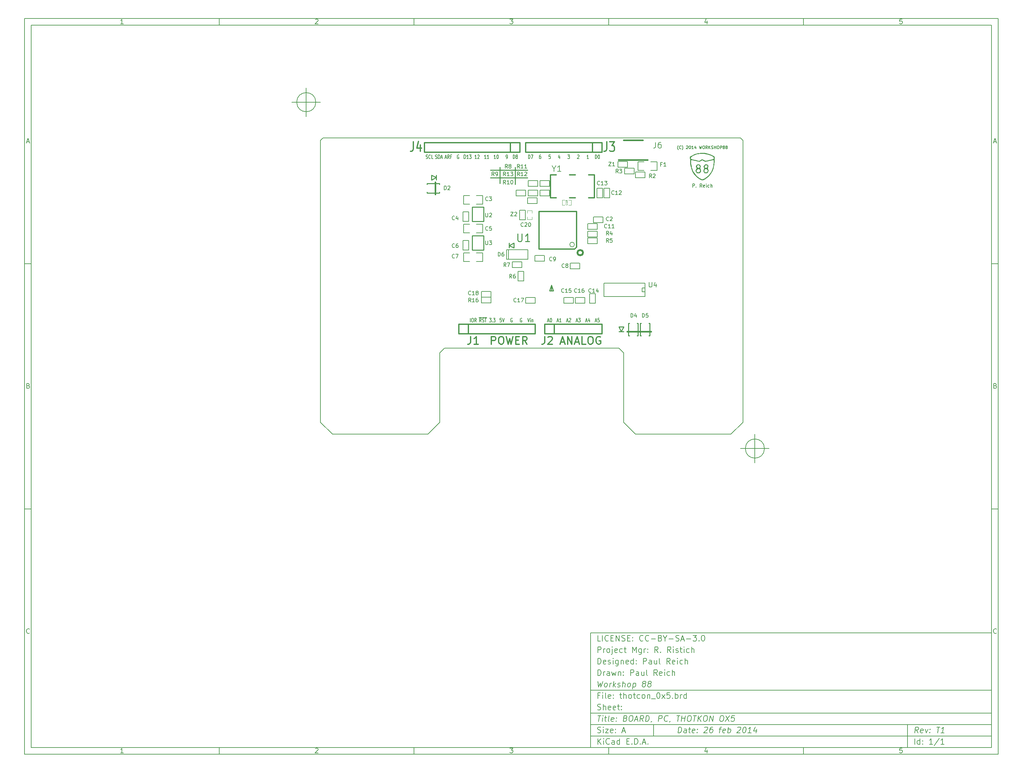
<source format=gto>
G04 (created by PCBNEW (2013-dec-23)-stable) date Wed 26 Feb 2014 13:07:50 CST*
%MOIN*%
G04 Gerber Fmt 3.4, Leading zero omitted, Abs format*
%FSLAX34Y34*%
G01*
G70*
G90*
G04 APERTURE LIST*
%ADD10C,0.00590551*%
%ADD11C,0.02*%
%ADD12C,0.01*%
%ADD13C,0.012*%
%ADD14C,0.006*%
%ADD15C,0.005*%
%ADD16C,0.015*%
%ADD17C,0.007*%
%ADD18C,0.008*%
%ADD19C,0.00984252*%
%ADD20C,0.0047*%
%ADD21C,0.0001*%
%ADD22C,0.0045*%
G04 APERTURE END LIST*
G54D10*
X4000Y-4000D02*
X106000Y-4000D01*
X106000Y-81000D01*
X4000Y-81000D01*
X4000Y-4000D01*
X4700Y-4700D02*
X105300Y-4700D01*
X105300Y-80300D01*
X4700Y-80300D01*
X4700Y-4700D01*
X24400Y-4000D02*
X24400Y-4700D01*
X14342Y-4552D02*
X14057Y-4552D01*
X14200Y-4552D02*
X14200Y-4052D01*
X14152Y-4123D01*
X14104Y-4171D01*
X14057Y-4195D01*
X24400Y-81000D02*
X24400Y-80300D01*
X14342Y-80852D02*
X14057Y-80852D01*
X14200Y-80852D02*
X14200Y-80352D01*
X14152Y-80423D01*
X14104Y-80471D01*
X14057Y-80495D01*
X44800Y-4000D02*
X44800Y-4700D01*
X34457Y-4100D02*
X34480Y-4076D01*
X34528Y-4052D01*
X34647Y-4052D01*
X34695Y-4076D01*
X34719Y-4100D01*
X34742Y-4147D01*
X34742Y-4195D01*
X34719Y-4266D01*
X34433Y-4552D01*
X34742Y-4552D01*
X44800Y-81000D02*
X44800Y-80300D01*
X34457Y-80400D02*
X34480Y-80376D01*
X34528Y-80352D01*
X34647Y-80352D01*
X34695Y-80376D01*
X34719Y-80400D01*
X34742Y-80447D01*
X34742Y-80495D01*
X34719Y-80566D01*
X34433Y-80852D01*
X34742Y-80852D01*
X65200Y-4000D02*
X65200Y-4700D01*
X54833Y-4052D02*
X55142Y-4052D01*
X54976Y-4242D01*
X55047Y-4242D01*
X55095Y-4266D01*
X55119Y-4290D01*
X55142Y-4338D01*
X55142Y-4457D01*
X55119Y-4504D01*
X55095Y-4528D01*
X55047Y-4552D01*
X54904Y-4552D01*
X54857Y-4528D01*
X54833Y-4504D01*
X65200Y-81000D02*
X65200Y-80300D01*
X54833Y-80352D02*
X55142Y-80352D01*
X54976Y-80542D01*
X55047Y-80542D01*
X55095Y-80566D01*
X55119Y-80590D01*
X55142Y-80638D01*
X55142Y-80757D01*
X55119Y-80804D01*
X55095Y-80828D01*
X55047Y-80852D01*
X54904Y-80852D01*
X54857Y-80828D01*
X54833Y-80804D01*
X85600Y-4000D02*
X85600Y-4700D01*
X75495Y-4219D02*
X75495Y-4552D01*
X75376Y-4028D02*
X75257Y-4385D01*
X75566Y-4385D01*
X85600Y-81000D02*
X85600Y-80300D01*
X75495Y-80519D02*
X75495Y-80852D01*
X75376Y-80328D02*
X75257Y-80685D01*
X75566Y-80685D01*
X95919Y-4052D02*
X95680Y-4052D01*
X95657Y-4290D01*
X95680Y-4266D01*
X95728Y-4242D01*
X95847Y-4242D01*
X95895Y-4266D01*
X95919Y-4290D01*
X95942Y-4338D01*
X95942Y-4457D01*
X95919Y-4504D01*
X95895Y-4528D01*
X95847Y-4552D01*
X95728Y-4552D01*
X95680Y-4528D01*
X95657Y-4504D01*
X95919Y-80352D02*
X95680Y-80352D01*
X95657Y-80590D01*
X95680Y-80566D01*
X95728Y-80542D01*
X95847Y-80542D01*
X95895Y-80566D01*
X95919Y-80590D01*
X95942Y-80638D01*
X95942Y-80757D01*
X95919Y-80804D01*
X95895Y-80828D01*
X95847Y-80852D01*
X95728Y-80852D01*
X95680Y-80828D01*
X95657Y-80804D01*
X4000Y-29660D02*
X4700Y-29660D01*
X4230Y-16889D02*
X4469Y-16889D01*
X4183Y-17032D02*
X4350Y-16532D01*
X4516Y-17032D01*
X106000Y-29660D02*
X105300Y-29660D01*
X105530Y-16889D02*
X105769Y-16889D01*
X105483Y-17032D02*
X105650Y-16532D01*
X105816Y-17032D01*
X4000Y-55320D02*
X4700Y-55320D01*
X4385Y-42430D02*
X4457Y-42454D01*
X4480Y-42478D01*
X4504Y-42525D01*
X4504Y-42597D01*
X4480Y-42644D01*
X4457Y-42668D01*
X4409Y-42692D01*
X4219Y-42692D01*
X4219Y-42192D01*
X4385Y-42192D01*
X4433Y-42216D01*
X4457Y-42240D01*
X4480Y-42287D01*
X4480Y-42335D01*
X4457Y-42382D01*
X4433Y-42406D01*
X4385Y-42430D01*
X4219Y-42430D01*
X106000Y-55320D02*
X105300Y-55320D01*
X105685Y-42430D02*
X105757Y-42454D01*
X105780Y-42478D01*
X105804Y-42525D01*
X105804Y-42597D01*
X105780Y-42644D01*
X105757Y-42668D01*
X105709Y-42692D01*
X105519Y-42692D01*
X105519Y-42192D01*
X105685Y-42192D01*
X105733Y-42216D01*
X105757Y-42240D01*
X105780Y-42287D01*
X105780Y-42335D01*
X105757Y-42382D01*
X105733Y-42406D01*
X105685Y-42430D01*
X105519Y-42430D01*
X4504Y-68304D02*
X4480Y-68328D01*
X4409Y-68352D01*
X4361Y-68352D01*
X4290Y-68328D01*
X4242Y-68280D01*
X4219Y-68233D01*
X4195Y-68138D01*
X4195Y-68066D01*
X4219Y-67971D01*
X4242Y-67923D01*
X4290Y-67876D01*
X4361Y-67852D01*
X4409Y-67852D01*
X4480Y-67876D01*
X4504Y-67900D01*
X105804Y-68304D02*
X105780Y-68328D01*
X105709Y-68352D01*
X105661Y-68352D01*
X105590Y-68328D01*
X105542Y-68280D01*
X105519Y-68233D01*
X105495Y-68138D01*
X105495Y-68066D01*
X105519Y-67971D01*
X105542Y-67923D01*
X105590Y-67876D01*
X105661Y-67852D01*
X105709Y-67852D01*
X105780Y-67876D01*
X105804Y-67900D01*
X72450Y-78742D02*
X72525Y-78142D01*
X72667Y-78142D01*
X72750Y-78171D01*
X72800Y-78228D01*
X72821Y-78285D01*
X72835Y-78400D01*
X72825Y-78485D01*
X72782Y-78600D01*
X72746Y-78657D01*
X72682Y-78714D01*
X72592Y-78742D01*
X72450Y-78742D01*
X73307Y-78742D02*
X73346Y-78428D01*
X73325Y-78371D01*
X73271Y-78342D01*
X73157Y-78342D01*
X73096Y-78371D01*
X73310Y-78714D02*
X73250Y-78742D01*
X73107Y-78742D01*
X73053Y-78714D01*
X73032Y-78657D01*
X73039Y-78600D01*
X73075Y-78542D01*
X73135Y-78514D01*
X73278Y-78514D01*
X73339Y-78485D01*
X73557Y-78342D02*
X73785Y-78342D01*
X73667Y-78142D02*
X73603Y-78657D01*
X73625Y-78714D01*
X73678Y-78742D01*
X73735Y-78742D01*
X74167Y-78714D02*
X74107Y-78742D01*
X73992Y-78742D01*
X73939Y-78714D01*
X73917Y-78657D01*
X73946Y-78428D01*
X73982Y-78371D01*
X74042Y-78342D01*
X74157Y-78342D01*
X74210Y-78371D01*
X74232Y-78428D01*
X74225Y-78485D01*
X73932Y-78542D01*
X74457Y-78685D02*
X74482Y-78714D01*
X74450Y-78742D01*
X74425Y-78714D01*
X74457Y-78685D01*
X74450Y-78742D01*
X74496Y-78371D02*
X74521Y-78400D01*
X74489Y-78428D01*
X74464Y-78400D01*
X74496Y-78371D01*
X74489Y-78428D01*
X75232Y-78200D02*
X75264Y-78171D01*
X75325Y-78142D01*
X75467Y-78142D01*
X75521Y-78171D01*
X75546Y-78200D01*
X75567Y-78257D01*
X75560Y-78314D01*
X75521Y-78400D01*
X75135Y-78742D01*
X75507Y-78742D01*
X76096Y-78142D02*
X75982Y-78142D01*
X75921Y-78171D01*
X75889Y-78200D01*
X75821Y-78285D01*
X75778Y-78400D01*
X75750Y-78628D01*
X75771Y-78685D01*
X75796Y-78714D01*
X75850Y-78742D01*
X75964Y-78742D01*
X76025Y-78714D01*
X76057Y-78685D01*
X76092Y-78628D01*
X76110Y-78485D01*
X76089Y-78428D01*
X76064Y-78400D01*
X76010Y-78371D01*
X75896Y-78371D01*
X75835Y-78400D01*
X75803Y-78428D01*
X75767Y-78485D01*
X76757Y-78342D02*
X76985Y-78342D01*
X76792Y-78742D02*
X76857Y-78228D01*
X76892Y-78171D01*
X76953Y-78142D01*
X77010Y-78142D01*
X77367Y-78714D02*
X77307Y-78742D01*
X77192Y-78742D01*
X77139Y-78714D01*
X77117Y-78657D01*
X77146Y-78428D01*
X77182Y-78371D01*
X77242Y-78342D01*
X77357Y-78342D01*
X77410Y-78371D01*
X77432Y-78428D01*
X77425Y-78485D01*
X77132Y-78542D01*
X77650Y-78742D02*
X77725Y-78142D01*
X77696Y-78371D02*
X77757Y-78342D01*
X77871Y-78342D01*
X77925Y-78371D01*
X77950Y-78400D01*
X77971Y-78457D01*
X77950Y-78628D01*
X77914Y-78685D01*
X77882Y-78714D01*
X77821Y-78742D01*
X77707Y-78742D01*
X77653Y-78714D01*
X78689Y-78200D02*
X78721Y-78171D01*
X78782Y-78142D01*
X78925Y-78142D01*
X78978Y-78171D01*
X79003Y-78200D01*
X79025Y-78257D01*
X79017Y-78314D01*
X78978Y-78400D01*
X78592Y-78742D01*
X78964Y-78742D01*
X79410Y-78142D02*
X79467Y-78142D01*
X79521Y-78171D01*
X79546Y-78200D01*
X79567Y-78257D01*
X79582Y-78371D01*
X79564Y-78514D01*
X79521Y-78628D01*
X79485Y-78685D01*
X79453Y-78714D01*
X79392Y-78742D01*
X79335Y-78742D01*
X79282Y-78714D01*
X79257Y-78685D01*
X79235Y-78628D01*
X79221Y-78514D01*
X79239Y-78371D01*
X79282Y-78257D01*
X79317Y-78200D01*
X79350Y-78171D01*
X79410Y-78142D01*
X80107Y-78742D02*
X79764Y-78742D01*
X79935Y-78742D02*
X80010Y-78142D01*
X79942Y-78228D01*
X79878Y-78285D01*
X79817Y-78314D01*
X80671Y-78342D02*
X80621Y-78742D01*
X80557Y-78114D02*
X80360Y-78542D01*
X80732Y-78542D01*
X64042Y-79942D02*
X64042Y-79342D01*
X64385Y-79942D02*
X64128Y-79600D01*
X64385Y-79342D02*
X64042Y-79685D01*
X64642Y-79942D02*
X64642Y-79542D01*
X64642Y-79342D02*
X64614Y-79371D01*
X64642Y-79400D01*
X64671Y-79371D01*
X64642Y-79342D01*
X64642Y-79400D01*
X65271Y-79885D02*
X65242Y-79914D01*
X65157Y-79942D01*
X65100Y-79942D01*
X65014Y-79914D01*
X64957Y-79857D01*
X64928Y-79800D01*
X64900Y-79685D01*
X64900Y-79600D01*
X64928Y-79485D01*
X64957Y-79428D01*
X65014Y-79371D01*
X65100Y-79342D01*
X65157Y-79342D01*
X65242Y-79371D01*
X65271Y-79400D01*
X65785Y-79942D02*
X65785Y-79628D01*
X65757Y-79571D01*
X65700Y-79542D01*
X65585Y-79542D01*
X65528Y-79571D01*
X65785Y-79914D02*
X65728Y-79942D01*
X65585Y-79942D01*
X65528Y-79914D01*
X65500Y-79857D01*
X65500Y-79800D01*
X65528Y-79742D01*
X65585Y-79714D01*
X65728Y-79714D01*
X65785Y-79685D01*
X66328Y-79942D02*
X66328Y-79342D01*
X66328Y-79914D02*
X66271Y-79942D01*
X66157Y-79942D01*
X66100Y-79914D01*
X66071Y-79885D01*
X66042Y-79828D01*
X66042Y-79657D01*
X66071Y-79600D01*
X66100Y-79571D01*
X66157Y-79542D01*
X66271Y-79542D01*
X66328Y-79571D01*
X67071Y-79628D02*
X67271Y-79628D01*
X67357Y-79942D02*
X67071Y-79942D01*
X67071Y-79342D01*
X67357Y-79342D01*
X67614Y-79885D02*
X67642Y-79914D01*
X67614Y-79942D01*
X67585Y-79914D01*
X67614Y-79885D01*
X67614Y-79942D01*
X67899Y-79942D02*
X67899Y-79342D01*
X68042Y-79342D01*
X68128Y-79371D01*
X68185Y-79428D01*
X68214Y-79485D01*
X68242Y-79600D01*
X68242Y-79685D01*
X68214Y-79800D01*
X68185Y-79857D01*
X68128Y-79914D01*
X68042Y-79942D01*
X67899Y-79942D01*
X68499Y-79885D02*
X68528Y-79914D01*
X68499Y-79942D01*
X68471Y-79914D01*
X68499Y-79885D01*
X68499Y-79942D01*
X68757Y-79771D02*
X69042Y-79771D01*
X68699Y-79942D02*
X68899Y-79342D01*
X69099Y-79942D01*
X69299Y-79885D02*
X69328Y-79914D01*
X69299Y-79942D01*
X69271Y-79914D01*
X69299Y-79885D01*
X69299Y-79942D01*
X97592Y-78742D02*
X97428Y-78457D01*
X97250Y-78742D02*
X97325Y-78142D01*
X97553Y-78142D01*
X97607Y-78171D01*
X97632Y-78200D01*
X97653Y-78257D01*
X97642Y-78342D01*
X97607Y-78400D01*
X97575Y-78428D01*
X97514Y-78457D01*
X97285Y-78457D01*
X98082Y-78714D02*
X98021Y-78742D01*
X97907Y-78742D01*
X97853Y-78714D01*
X97832Y-78657D01*
X97860Y-78428D01*
X97896Y-78371D01*
X97957Y-78342D01*
X98071Y-78342D01*
X98125Y-78371D01*
X98146Y-78428D01*
X98139Y-78485D01*
X97846Y-78542D01*
X98357Y-78342D02*
X98450Y-78742D01*
X98642Y-78342D01*
X98828Y-78685D02*
X98853Y-78714D01*
X98821Y-78742D01*
X98796Y-78714D01*
X98828Y-78685D01*
X98821Y-78742D01*
X98867Y-78371D02*
X98892Y-78400D01*
X98860Y-78428D01*
X98835Y-78400D01*
X98867Y-78371D01*
X98860Y-78428D01*
X99553Y-78142D02*
X99896Y-78142D01*
X99650Y-78742D02*
X99725Y-78142D01*
X100335Y-78742D02*
X99992Y-78742D01*
X100164Y-78742D02*
X100239Y-78142D01*
X100171Y-78228D01*
X100107Y-78285D01*
X100046Y-78314D01*
X64014Y-78714D02*
X64100Y-78742D01*
X64242Y-78742D01*
X64300Y-78714D01*
X64328Y-78685D01*
X64357Y-78628D01*
X64357Y-78571D01*
X64328Y-78514D01*
X64300Y-78485D01*
X64242Y-78457D01*
X64128Y-78428D01*
X64071Y-78400D01*
X64042Y-78371D01*
X64014Y-78314D01*
X64014Y-78257D01*
X64042Y-78200D01*
X64071Y-78171D01*
X64128Y-78142D01*
X64271Y-78142D01*
X64357Y-78171D01*
X64614Y-78742D02*
X64614Y-78342D01*
X64614Y-78142D02*
X64585Y-78171D01*
X64614Y-78200D01*
X64642Y-78171D01*
X64614Y-78142D01*
X64614Y-78200D01*
X64842Y-78342D02*
X65157Y-78342D01*
X64842Y-78742D01*
X65157Y-78742D01*
X65614Y-78714D02*
X65557Y-78742D01*
X65442Y-78742D01*
X65385Y-78714D01*
X65357Y-78657D01*
X65357Y-78428D01*
X65385Y-78371D01*
X65442Y-78342D01*
X65557Y-78342D01*
X65614Y-78371D01*
X65642Y-78428D01*
X65642Y-78485D01*
X65357Y-78542D01*
X65900Y-78685D02*
X65928Y-78714D01*
X65900Y-78742D01*
X65871Y-78714D01*
X65900Y-78685D01*
X65900Y-78742D01*
X65900Y-78371D02*
X65928Y-78400D01*
X65900Y-78428D01*
X65871Y-78400D01*
X65900Y-78371D01*
X65900Y-78428D01*
X66614Y-78571D02*
X66900Y-78571D01*
X66557Y-78742D02*
X66757Y-78142D01*
X66957Y-78742D01*
X97242Y-79942D02*
X97242Y-79342D01*
X97785Y-79942D02*
X97785Y-79342D01*
X97785Y-79914D02*
X97728Y-79942D01*
X97614Y-79942D01*
X97557Y-79914D01*
X97528Y-79885D01*
X97500Y-79828D01*
X97500Y-79657D01*
X97528Y-79600D01*
X97557Y-79571D01*
X97614Y-79542D01*
X97728Y-79542D01*
X97785Y-79571D01*
X98071Y-79885D02*
X98100Y-79914D01*
X98071Y-79942D01*
X98042Y-79914D01*
X98071Y-79885D01*
X98071Y-79942D01*
X98071Y-79571D02*
X98100Y-79600D01*
X98071Y-79628D01*
X98042Y-79600D01*
X98071Y-79571D01*
X98071Y-79628D01*
X99128Y-79942D02*
X98785Y-79942D01*
X98957Y-79942D02*
X98957Y-79342D01*
X98899Y-79428D01*
X98842Y-79485D01*
X98785Y-79514D01*
X99814Y-79314D02*
X99300Y-80085D01*
X100328Y-79942D02*
X99985Y-79942D01*
X100157Y-79942D02*
X100157Y-79342D01*
X100099Y-79428D01*
X100042Y-79485D01*
X99985Y-79514D01*
X64039Y-76942D02*
X64382Y-76942D01*
X64135Y-77542D02*
X64210Y-76942D01*
X64507Y-77542D02*
X64557Y-77142D01*
X64582Y-76942D02*
X64550Y-76971D01*
X64575Y-77000D01*
X64607Y-76971D01*
X64582Y-76942D01*
X64575Y-77000D01*
X64757Y-77142D02*
X64985Y-77142D01*
X64867Y-76942D02*
X64803Y-77457D01*
X64825Y-77514D01*
X64878Y-77542D01*
X64935Y-77542D01*
X65221Y-77542D02*
X65167Y-77514D01*
X65146Y-77457D01*
X65210Y-76942D01*
X65682Y-77514D02*
X65621Y-77542D01*
X65507Y-77542D01*
X65453Y-77514D01*
X65432Y-77457D01*
X65460Y-77228D01*
X65496Y-77171D01*
X65557Y-77142D01*
X65671Y-77142D01*
X65725Y-77171D01*
X65746Y-77228D01*
X65739Y-77285D01*
X65446Y-77342D01*
X65971Y-77485D02*
X65996Y-77514D01*
X65964Y-77542D01*
X65939Y-77514D01*
X65971Y-77485D01*
X65964Y-77542D01*
X66010Y-77171D02*
X66035Y-77200D01*
X66003Y-77228D01*
X65978Y-77200D01*
X66010Y-77171D01*
X66003Y-77228D01*
X66946Y-77228D02*
X67028Y-77257D01*
X67053Y-77285D01*
X67075Y-77342D01*
X67064Y-77428D01*
X67028Y-77485D01*
X66996Y-77514D01*
X66935Y-77542D01*
X66707Y-77542D01*
X66782Y-76942D01*
X66982Y-76942D01*
X67035Y-76971D01*
X67060Y-77000D01*
X67082Y-77057D01*
X67075Y-77114D01*
X67039Y-77171D01*
X67007Y-77200D01*
X66946Y-77228D01*
X66746Y-77228D01*
X67496Y-76942D02*
X67610Y-76942D01*
X67664Y-76971D01*
X67714Y-77028D01*
X67728Y-77142D01*
X67703Y-77342D01*
X67660Y-77457D01*
X67596Y-77514D01*
X67535Y-77542D01*
X67421Y-77542D01*
X67367Y-77514D01*
X67317Y-77457D01*
X67303Y-77342D01*
X67328Y-77142D01*
X67371Y-77028D01*
X67435Y-76971D01*
X67496Y-76942D01*
X67928Y-77371D02*
X68214Y-77371D01*
X67850Y-77542D02*
X68125Y-76942D01*
X68250Y-77542D01*
X68792Y-77542D02*
X68628Y-77257D01*
X68450Y-77542D02*
X68525Y-76942D01*
X68753Y-76942D01*
X68807Y-76971D01*
X68832Y-77000D01*
X68853Y-77057D01*
X68842Y-77142D01*
X68807Y-77200D01*
X68775Y-77228D01*
X68714Y-77257D01*
X68485Y-77257D01*
X69050Y-77542D02*
X69125Y-76942D01*
X69267Y-76942D01*
X69350Y-76971D01*
X69400Y-77028D01*
X69421Y-77085D01*
X69435Y-77200D01*
X69425Y-77285D01*
X69382Y-77400D01*
X69346Y-77457D01*
X69282Y-77514D01*
X69192Y-77542D01*
X69050Y-77542D01*
X69682Y-77514D02*
X69678Y-77542D01*
X69642Y-77600D01*
X69610Y-77628D01*
X70392Y-77542D02*
X70467Y-76942D01*
X70696Y-76942D01*
X70749Y-76971D01*
X70775Y-77000D01*
X70796Y-77057D01*
X70785Y-77142D01*
X70750Y-77200D01*
X70717Y-77228D01*
X70657Y-77257D01*
X70428Y-77257D01*
X71342Y-77485D02*
X71310Y-77514D01*
X71221Y-77542D01*
X71164Y-77542D01*
X71082Y-77514D01*
X71032Y-77457D01*
X71010Y-77400D01*
X70996Y-77285D01*
X71007Y-77200D01*
X71050Y-77085D01*
X71085Y-77028D01*
X71149Y-76971D01*
X71239Y-76942D01*
X71296Y-76942D01*
X71378Y-76971D01*
X71403Y-77000D01*
X71625Y-77514D02*
X71621Y-77542D01*
X71585Y-77600D01*
X71553Y-77628D01*
X72325Y-76942D02*
X72667Y-76942D01*
X72421Y-77542D02*
X72496Y-76942D01*
X72792Y-77542D02*
X72867Y-76942D01*
X72832Y-77228D02*
X73175Y-77228D01*
X73135Y-77542D02*
X73210Y-76942D01*
X73610Y-76942D02*
X73725Y-76942D01*
X73778Y-76971D01*
X73828Y-77028D01*
X73842Y-77142D01*
X73817Y-77342D01*
X73774Y-77457D01*
X73710Y-77514D01*
X73650Y-77542D01*
X73535Y-77542D01*
X73482Y-77514D01*
X73432Y-77457D01*
X73417Y-77342D01*
X73442Y-77142D01*
X73485Y-77028D01*
X73549Y-76971D01*
X73610Y-76942D01*
X74039Y-76942D02*
X74382Y-76942D01*
X74135Y-77542D02*
X74210Y-76942D01*
X74507Y-77542D02*
X74582Y-76942D01*
X74849Y-77542D02*
X74635Y-77200D01*
X74924Y-76942D02*
X74539Y-77285D01*
X75296Y-76942D02*
X75410Y-76942D01*
X75464Y-76971D01*
X75514Y-77028D01*
X75528Y-77142D01*
X75503Y-77342D01*
X75460Y-77457D01*
X75396Y-77514D01*
X75335Y-77542D01*
X75221Y-77542D01*
X75167Y-77514D01*
X75117Y-77457D01*
X75103Y-77342D01*
X75128Y-77142D01*
X75171Y-77028D01*
X75235Y-76971D01*
X75296Y-76942D01*
X75735Y-77542D02*
X75810Y-76942D01*
X76078Y-77542D01*
X76153Y-76942D01*
X77010Y-76942D02*
X77124Y-76942D01*
X77178Y-76971D01*
X77228Y-77028D01*
X77242Y-77142D01*
X77217Y-77342D01*
X77174Y-77457D01*
X77110Y-77514D01*
X77049Y-77542D01*
X76935Y-77542D01*
X76882Y-77514D01*
X76832Y-77457D01*
X76817Y-77342D01*
X76842Y-77142D01*
X76885Y-77028D01*
X76949Y-76971D01*
X77010Y-76942D01*
X77467Y-76942D02*
X77792Y-77542D01*
X77867Y-76942D02*
X77392Y-77542D01*
X78382Y-76942D02*
X78096Y-76942D01*
X78032Y-77228D01*
X78064Y-77200D01*
X78124Y-77171D01*
X78267Y-77171D01*
X78321Y-77200D01*
X78346Y-77228D01*
X78367Y-77285D01*
X78349Y-77428D01*
X78314Y-77485D01*
X78282Y-77514D01*
X78221Y-77542D01*
X78078Y-77542D01*
X78024Y-77514D01*
X77999Y-77485D01*
X64242Y-74828D02*
X64042Y-74828D01*
X64042Y-75142D02*
X64042Y-74542D01*
X64328Y-74542D01*
X64557Y-75142D02*
X64557Y-74742D01*
X64557Y-74542D02*
X64528Y-74571D01*
X64557Y-74600D01*
X64585Y-74571D01*
X64557Y-74542D01*
X64557Y-74600D01*
X64928Y-75142D02*
X64871Y-75114D01*
X64842Y-75057D01*
X64842Y-74542D01*
X65385Y-75114D02*
X65328Y-75142D01*
X65214Y-75142D01*
X65157Y-75114D01*
X65128Y-75057D01*
X65128Y-74828D01*
X65157Y-74771D01*
X65214Y-74742D01*
X65328Y-74742D01*
X65385Y-74771D01*
X65414Y-74828D01*
X65414Y-74885D01*
X65128Y-74942D01*
X65671Y-75085D02*
X65700Y-75114D01*
X65671Y-75142D01*
X65642Y-75114D01*
X65671Y-75085D01*
X65671Y-75142D01*
X65671Y-74771D02*
X65700Y-74800D01*
X65671Y-74828D01*
X65642Y-74800D01*
X65671Y-74771D01*
X65671Y-74828D01*
X66328Y-74742D02*
X66557Y-74742D01*
X66414Y-74542D02*
X66414Y-75057D01*
X66442Y-75114D01*
X66500Y-75142D01*
X66557Y-75142D01*
X66757Y-75142D02*
X66757Y-74542D01*
X67014Y-75142D02*
X67014Y-74828D01*
X66985Y-74771D01*
X66928Y-74742D01*
X66842Y-74742D01*
X66785Y-74771D01*
X66757Y-74800D01*
X67385Y-75142D02*
X67328Y-75114D01*
X67300Y-75085D01*
X67271Y-75028D01*
X67271Y-74857D01*
X67300Y-74800D01*
X67328Y-74771D01*
X67385Y-74742D01*
X67471Y-74742D01*
X67528Y-74771D01*
X67557Y-74800D01*
X67585Y-74857D01*
X67585Y-75028D01*
X67557Y-75085D01*
X67528Y-75114D01*
X67471Y-75142D01*
X67385Y-75142D01*
X67757Y-74742D02*
X67985Y-74742D01*
X67842Y-74542D02*
X67842Y-75057D01*
X67871Y-75114D01*
X67928Y-75142D01*
X67985Y-75142D01*
X68442Y-75114D02*
X68385Y-75142D01*
X68271Y-75142D01*
X68214Y-75114D01*
X68185Y-75085D01*
X68157Y-75028D01*
X68157Y-74857D01*
X68185Y-74800D01*
X68214Y-74771D01*
X68271Y-74742D01*
X68385Y-74742D01*
X68442Y-74771D01*
X68785Y-75142D02*
X68728Y-75114D01*
X68700Y-75085D01*
X68671Y-75028D01*
X68671Y-74857D01*
X68700Y-74800D01*
X68728Y-74771D01*
X68785Y-74742D01*
X68871Y-74742D01*
X68928Y-74771D01*
X68957Y-74800D01*
X68985Y-74857D01*
X68985Y-75028D01*
X68957Y-75085D01*
X68928Y-75114D01*
X68871Y-75142D01*
X68785Y-75142D01*
X69242Y-74742D02*
X69242Y-75142D01*
X69242Y-74800D02*
X69271Y-74771D01*
X69328Y-74742D01*
X69414Y-74742D01*
X69471Y-74771D01*
X69500Y-74828D01*
X69500Y-75142D01*
X69642Y-75200D02*
X70100Y-75200D01*
X70357Y-74542D02*
X70414Y-74542D01*
X70471Y-74571D01*
X70500Y-74600D01*
X70528Y-74657D01*
X70557Y-74771D01*
X70557Y-74914D01*
X70528Y-75028D01*
X70500Y-75085D01*
X70471Y-75114D01*
X70414Y-75142D01*
X70357Y-75142D01*
X70300Y-75114D01*
X70271Y-75085D01*
X70242Y-75028D01*
X70214Y-74914D01*
X70214Y-74771D01*
X70242Y-74657D01*
X70271Y-74600D01*
X70300Y-74571D01*
X70357Y-74542D01*
X70757Y-75142D02*
X71071Y-74742D01*
X70757Y-74742D02*
X71071Y-75142D01*
X71585Y-74542D02*
X71300Y-74542D01*
X71271Y-74828D01*
X71300Y-74800D01*
X71357Y-74771D01*
X71500Y-74771D01*
X71557Y-74800D01*
X71585Y-74828D01*
X71614Y-74885D01*
X71614Y-75028D01*
X71585Y-75085D01*
X71557Y-75114D01*
X71500Y-75142D01*
X71357Y-75142D01*
X71300Y-75114D01*
X71271Y-75085D01*
X71871Y-75085D02*
X71900Y-75114D01*
X71871Y-75142D01*
X71842Y-75114D01*
X71871Y-75085D01*
X71871Y-75142D01*
X72157Y-75142D02*
X72157Y-74542D01*
X72157Y-74771D02*
X72214Y-74742D01*
X72328Y-74742D01*
X72385Y-74771D01*
X72414Y-74800D01*
X72442Y-74857D01*
X72442Y-75028D01*
X72414Y-75085D01*
X72385Y-75114D01*
X72328Y-75142D01*
X72214Y-75142D01*
X72157Y-75114D01*
X72700Y-75142D02*
X72700Y-74742D01*
X72700Y-74857D02*
X72728Y-74800D01*
X72757Y-74771D01*
X72814Y-74742D01*
X72871Y-74742D01*
X73328Y-75142D02*
X73328Y-74542D01*
X73328Y-75114D02*
X73271Y-75142D01*
X73157Y-75142D01*
X73100Y-75114D01*
X73071Y-75085D01*
X73042Y-75028D01*
X73042Y-74857D01*
X73071Y-74800D01*
X73100Y-74771D01*
X73157Y-74742D01*
X73271Y-74742D01*
X73328Y-74771D01*
X64014Y-76314D02*
X64100Y-76342D01*
X64242Y-76342D01*
X64300Y-76314D01*
X64328Y-76285D01*
X64357Y-76228D01*
X64357Y-76171D01*
X64328Y-76114D01*
X64300Y-76085D01*
X64242Y-76057D01*
X64128Y-76028D01*
X64071Y-76000D01*
X64042Y-75971D01*
X64014Y-75914D01*
X64014Y-75857D01*
X64042Y-75800D01*
X64071Y-75771D01*
X64128Y-75742D01*
X64271Y-75742D01*
X64357Y-75771D01*
X64614Y-76342D02*
X64614Y-75742D01*
X64871Y-76342D02*
X64871Y-76028D01*
X64842Y-75971D01*
X64785Y-75942D01*
X64700Y-75942D01*
X64642Y-75971D01*
X64614Y-76000D01*
X65385Y-76314D02*
X65328Y-76342D01*
X65214Y-76342D01*
X65157Y-76314D01*
X65128Y-76257D01*
X65128Y-76028D01*
X65157Y-75971D01*
X65214Y-75942D01*
X65328Y-75942D01*
X65385Y-75971D01*
X65414Y-76028D01*
X65414Y-76085D01*
X65128Y-76142D01*
X65900Y-76314D02*
X65842Y-76342D01*
X65728Y-76342D01*
X65671Y-76314D01*
X65642Y-76257D01*
X65642Y-76028D01*
X65671Y-75971D01*
X65728Y-75942D01*
X65842Y-75942D01*
X65900Y-75971D01*
X65928Y-76028D01*
X65928Y-76085D01*
X65642Y-76142D01*
X66100Y-75942D02*
X66328Y-75942D01*
X66185Y-75742D02*
X66185Y-76257D01*
X66214Y-76314D01*
X66271Y-76342D01*
X66328Y-76342D01*
X66528Y-76285D02*
X66557Y-76314D01*
X66528Y-76342D01*
X66500Y-76314D01*
X66528Y-76285D01*
X66528Y-76342D01*
X66528Y-75971D02*
X66557Y-76000D01*
X66528Y-76028D01*
X66500Y-76000D01*
X66528Y-75971D01*
X66528Y-76028D01*
X64067Y-73342D02*
X64135Y-73942D01*
X64303Y-73514D01*
X64364Y-73942D01*
X64582Y-73342D01*
X64821Y-73942D02*
X64767Y-73914D01*
X64742Y-73885D01*
X64721Y-73828D01*
X64742Y-73657D01*
X64778Y-73600D01*
X64810Y-73571D01*
X64871Y-73542D01*
X64957Y-73542D01*
X65010Y-73571D01*
X65035Y-73600D01*
X65057Y-73657D01*
X65035Y-73828D01*
X65000Y-73885D01*
X64967Y-73914D01*
X64907Y-73942D01*
X64821Y-73942D01*
X65278Y-73942D02*
X65328Y-73542D01*
X65314Y-73657D02*
X65350Y-73600D01*
X65382Y-73571D01*
X65442Y-73542D01*
X65500Y-73542D01*
X65650Y-73942D02*
X65725Y-73342D01*
X65735Y-73714D02*
X65878Y-73942D01*
X65928Y-73542D02*
X65671Y-73771D01*
X66110Y-73914D02*
X66164Y-73942D01*
X66278Y-73942D01*
X66339Y-73914D01*
X66375Y-73857D01*
X66378Y-73828D01*
X66357Y-73771D01*
X66303Y-73742D01*
X66217Y-73742D01*
X66164Y-73714D01*
X66142Y-73657D01*
X66146Y-73628D01*
X66182Y-73571D01*
X66242Y-73542D01*
X66328Y-73542D01*
X66382Y-73571D01*
X66621Y-73942D02*
X66696Y-73342D01*
X66878Y-73942D02*
X66917Y-73628D01*
X66896Y-73571D01*
X66842Y-73542D01*
X66757Y-73542D01*
X66696Y-73571D01*
X66664Y-73600D01*
X67249Y-73942D02*
X67196Y-73914D01*
X67171Y-73885D01*
X67150Y-73828D01*
X67171Y-73657D01*
X67207Y-73600D01*
X67239Y-73571D01*
X67299Y-73542D01*
X67385Y-73542D01*
X67439Y-73571D01*
X67464Y-73600D01*
X67485Y-73657D01*
X67464Y-73828D01*
X67428Y-73885D01*
X67396Y-73914D01*
X67335Y-73942D01*
X67249Y-73942D01*
X67757Y-73542D02*
X67682Y-74142D01*
X67753Y-73571D02*
X67814Y-73542D01*
X67928Y-73542D01*
X67982Y-73571D01*
X68007Y-73600D01*
X68028Y-73657D01*
X68007Y-73828D01*
X67971Y-73885D01*
X67939Y-73914D01*
X67878Y-73942D01*
X67764Y-73942D01*
X67710Y-73914D01*
X68835Y-73600D02*
X68782Y-73571D01*
X68757Y-73542D01*
X68735Y-73485D01*
X68739Y-73457D01*
X68774Y-73400D01*
X68807Y-73371D01*
X68867Y-73342D01*
X68982Y-73342D01*
X69035Y-73371D01*
X69060Y-73400D01*
X69082Y-73457D01*
X69078Y-73485D01*
X69042Y-73542D01*
X69010Y-73571D01*
X68949Y-73600D01*
X68835Y-73600D01*
X68775Y-73628D01*
X68742Y-73657D01*
X68707Y-73714D01*
X68692Y-73828D01*
X68714Y-73885D01*
X68739Y-73914D01*
X68792Y-73942D01*
X68907Y-73942D01*
X68967Y-73914D01*
X68999Y-73885D01*
X69035Y-73828D01*
X69049Y-73714D01*
X69028Y-73657D01*
X69003Y-73628D01*
X68949Y-73600D01*
X69407Y-73600D02*
X69353Y-73571D01*
X69328Y-73542D01*
X69307Y-73485D01*
X69310Y-73457D01*
X69346Y-73400D01*
X69378Y-73371D01*
X69439Y-73342D01*
X69553Y-73342D01*
X69607Y-73371D01*
X69632Y-73400D01*
X69653Y-73457D01*
X69650Y-73485D01*
X69614Y-73542D01*
X69582Y-73571D01*
X69521Y-73600D01*
X69407Y-73600D01*
X69346Y-73628D01*
X69314Y-73657D01*
X69278Y-73714D01*
X69264Y-73828D01*
X69285Y-73885D01*
X69310Y-73914D01*
X69364Y-73942D01*
X69478Y-73942D01*
X69539Y-73914D01*
X69571Y-73885D01*
X69607Y-73828D01*
X69621Y-73714D01*
X69599Y-73657D01*
X69575Y-73628D01*
X69521Y-73600D01*
X64042Y-72742D02*
X64042Y-72142D01*
X64185Y-72142D01*
X64271Y-72171D01*
X64328Y-72228D01*
X64357Y-72285D01*
X64385Y-72400D01*
X64385Y-72485D01*
X64357Y-72600D01*
X64328Y-72657D01*
X64271Y-72714D01*
X64185Y-72742D01*
X64042Y-72742D01*
X64642Y-72742D02*
X64642Y-72342D01*
X64642Y-72457D02*
X64671Y-72400D01*
X64700Y-72371D01*
X64757Y-72342D01*
X64814Y-72342D01*
X65271Y-72742D02*
X65271Y-72428D01*
X65242Y-72371D01*
X65185Y-72342D01*
X65071Y-72342D01*
X65014Y-72371D01*
X65271Y-72714D02*
X65214Y-72742D01*
X65071Y-72742D01*
X65014Y-72714D01*
X64985Y-72657D01*
X64985Y-72600D01*
X65014Y-72542D01*
X65071Y-72514D01*
X65214Y-72514D01*
X65271Y-72485D01*
X65500Y-72342D02*
X65614Y-72742D01*
X65728Y-72457D01*
X65842Y-72742D01*
X65957Y-72342D01*
X66185Y-72342D02*
X66185Y-72742D01*
X66185Y-72400D02*
X66214Y-72371D01*
X66271Y-72342D01*
X66357Y-72342D01*
X66414Y-72371D01*
X66442Y-72428D01*
X66442Y-72742D01*
X66728Y-72685D02*
X66757Y-72714D01*
X66728Y-72742D01*
X66700Y-72714D01*
X66728Y-72685D01*
X66728Y-72742D01*
X66728Y-72371D02*
X66757Y-72400D01*
X66728Y-72428D01*
X66700Y-72400D01*
X66728Y-72371D01*
X66728Y-72428D01*
X67471Y-72742D02*
X67471Y-72142D01*
X67700Y-72142D01*
X67757Y-72171D01*
X67785Y-72200D01*
X67814Y-72257D01*
X67814Y-72342D01*
X67785Y-72400D01*
X67757Y-72428D01*
X67700Y-72457D01*
X67471Y-72457D01*
X68328Y-72742D02*
X68328Y-72428D01*
X68300Y-72371D01*
X68242Y-72342D01*
X68128Y-72342D01*
X68071Y-72371D01*
X68328Y-72714D02*
X68271Y-72742D01*
X68128Y-72742D01*
X68071Y-72714D01*
X68042Y-72657D01*
X68042Y-72600D01*
X68071Y-72542D01*
X68128Y-72514D01*
X68271Y-72514D01*
X68328Y-72485D01*
X68871Y-72342D02*
X68871Y-72742D01*
X68614Y-72342D02*
X68614Y-72657D01*
X68642Y-72714D01*
X68699Y-72742D01*
X68785Y-72742D01*
X68842Y-72714D01*
X68871Y-72685D01*
X69242Y-72742D02*
X69185Y-72714D01*
X69157Y-72657D01*
X69157Y-72142D01*
X70271Y-72742D02*
X70071Y-72457D01*
X69928Y-72742D02*
X69928Y-72142D01*
X70157Y-72142D01*
X70214Y-72171D01*
X70242Y-72200D01*
X70271Y-72257D01*
X70271Y-72342D01*
X70242Y-72400D01*
X70214Y-72428D01*
X70157Y-72457D01*
X69928Y-72457D01*
X70757Y-72714D02*
X70700Y-72742D01*
X70585Y-72742D01*
X70528Y-72714D01*
X70500Y-72657D01*
X70500Y-72428D01*
X70528Y-72371D01*
X70585Y-72342D01*
X70700Y-72342D01*
X70757Y-72371D01*
X70785Y-72428D01*
X70785Y-72485D01*
X70500Y-72542D01*
X71042Y-72742D02*
X71042Y-72342D01*
X71042Y-72142D02*
X71014Y-72171D01*
X71042Y-72200D01*
X71071Y-72171D01*
X71042Y-72142D01*
X71042Y-72200D01*
X71585Y-72714D02*
X71528Y-72742D01*
X71414Y-72742D01*
X71357Y-72714D01*
X71328Y-72685D01*
X71300Y-72628D01*
X71300Y-72457D01*
X71328Y-72400D01*
X71357Y-72371D01*
X71414Y-72342D01*
X71528Y-72342D01*
X71585Y-72371D01*
X71842Y-72742D02*
X71842Y-72142D01*
X72100Y-72742D02*
X72100Y-72428D01*
X72071Y-72371D01*
X72014Y-72342D01*
X71928Y-72342D01*
X71871Y-72371D01*
X71842Y-72400D01*
X64042Y-71542D02*
X64042Y-70942D01*
X64185Y-70942D01*
X64271Y-70971D01*
X64328Y-71028D01*
X64357Y-71085D01*
X64385Y-71200D01*
X64385Y-71285D01*
X64357Y-71400D01*
X64328Y-71457D01*
X64271Y-71514D01*
X64185Y-71542D01*
X64042Y-71542D01*
X64871Y-71514D02*
X64814Y-71542D01*
X64700Y-71542D01*
X64642Y-71514D01*
X64614Y-71457D01*
X64614Y-71228D01*
X64642Y-71171D01*
X64700Y-71142D01*
X64814Y-71142D01*
X64871Y-71171D01*
X64900Y-71228D01*
X64900Y-71285D01*
X64614Y-71342D01*
X65128Y-71514D02*
X65185Y-71542D01*
X65300Y-71542D01*
X65357Y-71514D01*
X65385Y-71457D01*
X65385Y-71428D01*
X65357Y-71371D01*
X65300Y-71342D01*
X65214Y-71342D01*
X65157Y-71314D01*
X65128Y-71257D01*
X65128Y-71228D01*
X65157Y-71171D01*
X65214Y-71142D01*
X65300Y-71142D01*
X65357Y-71171D01*
X65642Y-71542D02*
X65642Y-71142D01*
X65642Y-70942D02*
X65614Y-70971D01*
X65642Y-71000D01*
X65671Y-70971D01*
X65642Y-70942D01*
X65642Y-71000D01*
X66185Y-71142D02*
X66185Y-71628D01*
X66157Y-71685D01*
X66128Y-71714D01*
X66071Y-71742D01*
X65985Y-71742D01*
X65928Y-71714D01*
X66185Y-71514D02*
X66128Y-71542D01*
X66014Y-71542D01*
X65957Y-71514D01*
X65928Y-71485D01*
X65900Y-71428D01*
X65900Y-71257D01*
X65928Y-71200D01*
X65957Y-71171D01*
X66014Y-71142D01*
X66128Y-71142D01*
X66185Y-71171D01*
X66471Y-71142D02*
X66471Y-71542D01*
X66471Y-71200D02*
X66500Y-71171D01*
X66557Y-71142D01*
X66642Y-71142D01*
X66700Y-71171D01*
X66728Y-71228D01*
X66728Y-71542D01*
X67242Y-71514D02*
X67185Y-71542D01*
X67071Y-71542D01*
X67014Y-71514D01*
X66985Y-71457D01*
X66985Y-71228D01*
X67014Y-71171D01*
X67071Y-71142D01*
X67185Y-71142D01*
X67242Y-71171D01*
X67271Y-71228D01*
X67271Y-71285D01*
X66985Y-71342D01*
X67785Y-71542D02*
X67785Y-70942D01*
X67785Y-71514D02*
X67728Y-71542D01*
X67614Y-71542D01*
X67557Y-71514D01*
X67528Y-71485D01*
X67500Y-71428D01*
X67500Y-71257D01*
X67528Y-71200D01*
X67557Y-71171D01*
X67614Y-71142D01*
X67728Y-71142D01*
X67785Y-71171D01*
X68071Y-71485D02*
X68100Y-71514D01*
X68071Y-71542D01*
X68042Y-71514D01*
X68071Y-71485D01*
X68071Y-71542D01*
X68071Y-71171D02*
X68100Y-71200D01*
X68071Y-71228D01*
X68042Y-71200D01*
X68071Y-71171D01*
X68071Y-71228D01*
X68814Y-71542D02*
X68814Y-70942D01*
X69042Y-70942D01*
X69099Y-70971D01*
X69128Y-71000D01*
X69157Y-71057D01*
X69157Y-71142D01*
X69128Y-71200D01*
X69099Y-71228D01*
X69042Y-71257D01*
X68814Y-71257D01*
X69671Y-71542D02*
X69671Y-71228D01*
X69642Y-71171D01*
X69585Y-71142D01*
X69471Y-71142D01*
X69414Y-71171D01*
X69671Y-71514D02*
X69614Y-71542D01*
X69471Y-71542D01*
X69414Y-71514D01*
X69385Y-71457D01*
X69385Y-71400D01*
X69414Y-71342D01*
X69471Y-71314D01*
X69614Y-71314D01*
X69671Y-71285D01*
X70214Y-71142D02*
X70214Y-71542D01*
X69957Y-71142D02*
X69957Y-71457D01*
X69985Y-71514D01*
X70042Y-71542D01*
X70128Y-71542D01*
X70185Y-71514D01*
X70214Y-71485D01*
X70585Y-71542D02*
X70528Y-71514D01*
X70499Y-71457D01*
X70499Y-70942D01*
X71614Y-71542D02*
X71414Y-71257D01*
X71271Y-71542D02*
X71271Y-70942D01*
X71500Y-70942D01*
X71557Y-70971D01*
X71585Y-71000D01*
X71614Y-71057D01*
X71614Y-71142D01*
X71585Y-71200D01*
X71557Y-71228D01*
X71500Y-71257D01*
X71271Y-71257D01*
X72100Y-71514D02*
X72042Y-71542D01*
X71928Y-71542D01*
X71871Y-71514D01*
X71842Y-71457D01*
X71842Y-71228D01*
X71871Y-71171D01*
X71928Y-71142D01*
X72042Y-71142D01*
X72100Y-71171D01*
X72128Y-71228D01*
X72128Y-71285D01*
X71842Y-71342D01*
X72385Y-71542D02*
X72385Y-71142D01*
X72385Y-70942D02*
X72357Y-70971D01*
X72385Y-71000D01*
X72414Y-70971D01*
X72385Y-70942D01*
X72385Y-71000D01*
X72928Y-71514D02*
X72871Y-71542D01*
X72757Y-71542D01*
X72700Y-71514D01*
X72671Y-71485D01*
X72642Y-71428D01*
X72642Y-71257D01*
X72671Y-71200D01*
X72700Y-71171D01*
X72757Y-71142D01*
X72871Y-71142D01*
X72928Y-71171D01*
X73185Y-71542D02*
X73185Y-70942D01*
X73442Y-71542D02*
X73442Y-71228D01*
X73414Y-71171D01*
X73357Y-71142D01*
X73271Y-71142D01*
X73214Y-71171D01*
X73185Y-71200D01*
X64042Y-70342D02*
X64042Y-69742D01*
X64271Y-69742D01*
X64328Y-69771D01*
X64357Y-69800D01*
X64385Y-69857D01*
X64385Y-69942D01*
X64357Y-70000D01*
X64328Y-70028D01*
X64271Y-70057D01*
X64042Y-70057D01*
X64642Y-70342D02*
X64642Y-69942D01*
X64642Y-70057D02*
X64671Y-70000D01*
X64700Y-69971D01*
X64757Y-69942D01*
X64814Y-69942D01*
X65100Y-70342D02*
X65042Y-70314D01*
X65014Y-70285D01*
X64985Y-70228D01*
X64985Y-70057D01*
X65014Y-70000D01*
X65042Y-69971D01*
X65100Y-69942D01*
X65185Y-69942D01*
X65242Y-69971D01*
X65271Y-70000D01*
X65300Y-70057D01*
X65300Y-70228D01*
X65271Y-70285D01*
X65242Y-70314D01*
X65185Y-70342D01*
X65100Y-70342D01*
X65557Y-69942D02*
X65557Y-70457D01*
X65528Y-70514D01*
X65471Y-70542D01*
X65442Y-70542D01*
X65557Y-69742D02*
X65528Y-69771D01*
X65557Y-69800D01*
X65585Y-69771D01*
X65557Y-69742D01*
X65557Y-69800D01*
X66071Y-70314D02*
X66014Y-70342D01*
X65900Y-70342D01*
X65842Y-70314D01*
X65814Y-70257D01*
X65814Y-70028D01*
X65842Y-69971D01*
X65900Y-69942D01*
X66014Y-69942D01*
X66071Y-69971D01*
X66100Y-70028D01*
X66100Y-70085D01*
X65814Y-70142D01*
X66614Y-70314D02*
X66557Y-70342D01*
X66442Y-70342D01*
X66385Y-70314D01*
X66357Y-70285D01*
X66328Y-70228D01*
X66328Y-70057D01*
X66357Y-70000D01*
X66385Y-69971D01*
X66442Y-69942D01*
X66557Y-69942D01*
X66614Y-69971D01*
X66785Y-69942D02*
X67014Y-69942D01*
X66871Y-69742D02*
X66871Y-70257D01*
X66900Y-70314D01*
X66957Y-70342D01*
X67014Y-70342D01*
X67671Y-70342D02*
X67671Y-69742D01*
X67871Y-70171D01*
X68071Y-69742D01*
X68071Y-70342D01*
X68614Y-69942D02*
X68614Y-70428D01*
X68585Y-70485D01*
X68557Y-70514D01*
X68500Y-70542D01*
X68414Y-70542D01*
X68357Y-70514D01*
X68614Y-70314D02*
X68557Y-70342D01*
X68442Y-70342D01*
X68385Y-70314D01*
X68357Y-70285D01*
X68328Y-70228D01*
X68328Y-70057D01*
X68357Y-70000D01*
X68385Y-69971D01*
X68442Y-69942D01*
X68557Y-69942D01*
X68614Y-69971D01*
X68900Y-70342D02*
X68900Y-69942D01*
X68900Y-70057D02*
X68928Y-70000D01*
X68957Y-69971D01*
X69014Y-69942D01*
X69071Y-69942D01*
X69271Y-70285D02*
X69300Y-70314D01*
X69271Y-70342D01*
X69242Y-70314D01*
X69271Y-70285D01*
X69271Y-70342D01*
X69271Y-69971D02*
X69300Y-70000D01*
X69271Y-70028D01*
X69242Y-70000D01*
X69271Y-69971D01*
X69271Y-70028D01*
X70357Y-70342D02*
X70157Y-70057D01*
X70014Y-70342D02*
X70014Y-69742D01*
X70242Y-69742D01*
X70300Y-69771D01*
X70328Y-69800D01*
X70357Y-69857D01*
X70357Y-69942D01*
X70328Y-70000D01*
X70300Y-70028D01*
X70242Y-70057D01*
X70014Y-70057D01*
X70614Y-70285D02*
X70642Y-70314D01*
X70614Y-70342D01*
X70585Y-70314D01*
X70614Y-70285D01*
X70614Y-70342D01*
X71700Y-70342D02*
X71500Y-70057D01*
X71357Y-70342D02*
X71357Y-69742D01*
X71585Y-69742D01*
X71642Y-69771D01*
X71671Y-69800D01*
X71700Y-69857D01*
X71700Y-69942D01*
X71671Y-70000D01*
X71642Y-70028D01*
X71585Y-70057D01*
X71357Y-70057D01*
X71957Y-70342D02*
X71957Y-69942D01*
X71957Y-69742D02*
X71928Y-69771D01*
X71957Y-69800D01*
X71985Y-69771D01*
X71957Y-69742D01*
X71957Y-69800D01*
X72214Y-70314D02*
X72271Y-70342D01*
X72385Y-70342D01*
X72442Y-70314D01*
X72471Y-70257D01*
X72471Y-70228D01*
X72442Y-70171D01*
X72385Y-70142D01*
X72300Y-70142D01*
X72242Y-70114D01*
X72214Y-70057D01*
X72214Y-70028D01*
X72242Y-69971D01*
X72300Y-69942D01*
X72385Y-69942D01*
X72442Y-69971D01*
X72642Y-69942D02*
X72871Y-69942D01*
X72728Y-69742D02*
X72728Y-70257D01*
X72757Y-70314D01*
X72814Y-70342D01*
X72871Y-70342D01*
X73071Y-70342D02*
X73071Y-69942D01*
X73071Y-69742D02*
X73042Y-69771D01*
X73071Y-69800D01*
X73100Y-69771D01*
X73071Y-69742D01*
X73071Y-69800D01*
X73614Y-70314D02*
X73557Y-70342D01*
X73442Y-70342D01*
X73385Y-70314D01*
X73357Y-70285D01*
X73328Y-70228D01*
X73328Y-70057D01*
X73357Y-70000D01*
X73385Y-69971D01*
X73442Y-69942D01*
X73557Y-69942D01*
X73614Y-69971D01*
X73871Y-70342D02*
X73871Y-69742D01*
X74128Y-70342D02*
X74128Y-70028D01*
X74100Y-69971D01*
X74042Y-69942D01*
X73957Y-69942D01*
X73900Y-69971D01*
X73871Y-70000D01*
X64328Y-69142D02*
X64042Y-69142D01*
X64042Y-68542D01*
X64528Y-69142D02*
X64528Y-68542D01*
X65157Y-69085D02*
X65128Y-69114D01*
X65042Y-69142D01*
X64985Y-69142D01*
X64899Y-69114D01*
X64842Y-69057D01*
X64814Y-69000D01*
X64785Y-68885D01*
X64785Y-68800D01*
X64814Y-68685D01*
X64842Y-68628D01*
X64899Y-68571D01*
X64985Y-68542D01*
X65042Y-68542D01*
X65128Y-68571D01*
X65157Y-68600D01*
X65414Y-68828D02*
X65614Y-68828D01*
X65699Y-69142D02*
X65414Y-69142D01*
X65414Y-68542D01*
X65699Y-68542D01*
X65957Y-69142D02*
X65957Y-68542D01*
X66299Y-69142D01*
X66299Y-68542D01*
X66557Y-69114D02*
X66642Y-69142D01*
X66785Y-69142D01*
X66842Y-69114D01*
X66871Y-69085D01*
X66899Y-69028D01*
X66899Y-68971D01*
X66871Y-68914D01*
X66842Y-68885D01*
X66785Y-68857D01*
X66671Y-68828D01*
X66614Y-68800D01*
X66585Y-68771D01*
X66557Y-68714D01*
X66557Y-68657D01*
X66585Y-68600D01*
X66614Y-68571D01*
X66671Y-68542D01*
X66814Y-68542D01*
X66899Y-68571D01*
X67157Y-68828D02*
X67357Y-68828D01*
X67442Y-69142D02*
X67157Y-69142D01*
X67157Y-68542D01*
X67442Y-68542D01*
X67699Y-69085D02*
X67728Y-69114D01*
X67699Y-69142D01*
X67671Y-69114D01*
X67699Y-69085D01*
X67699Y-69142D01*
X67699Y-68771D02*
X67728Y-68800D01*
X67699Y-68828D01*
X67671Y-68800D01*
X67699Y-68771D01*
X67699Y-68828D01*
X68785Y-69085D02*
X68757Y-69114D01*
X68671Y-69142D01*
X68614Y-69142D01*
X68528Y-69114D01*
X68471Y-69057D01*
X68442Y-69000D01*
X68414Y-68885D01*
X68414Y-68800D01*
X68442Y-68685D01*
X68471Y-68628D01*
X68528Y-68571D01*
X68614Y-68542D01*
X68671Y-68542D01*
X68757Y-68571D01*
X68785Y-68600D01*
X69385Y-69085D02*
X69357Y-69114D01*
X69271Y-69142D01*
X69214Y-69142D01*
X69128Y-69114D01*
X69071Y-69057D01*
X69042Y-69000D01*
X69014Y-68885D01*
X69014Y-68800D01*
X69042Y-68685D01*
X69071Y-68628D01*
X69128Y-68571D01*
X69214Y-68542D01*
X69271Y-68542D01*
X69357Y-68571D01*
X69385Y-68600D01*
X69642Y-68914D02*
X70099Y-68914D01*
X70585Y-68828D02*
X70671Y-68857D01*
X70699Y-68885D01*
X70728Y-68942D01*
X70728Y-69028D01*
X70699Y-69085D01*
X70671Y-69114D01*
X70614Y-69142D01*
X70385Y-69142D01*
X70385Y-68542D01*
X70585Y-68542D01*
X70642Y-68571D01*
X70671Y-68600D01*
X70699Y-68657D01*
X70699Y-68714D01*
X70671Y-68771D01*
X70642Y-68800D01*
X70585Y-68828D01*
X70385Y-68828D01*
X71099Y-68857D02*
X71099Y-69142D01*
X70899Y-68542D02*
X71099Y-68857D01*
X71299Y-68542D01*
X71499Y-68914D02*
X71957Y-68914D01*
X72214Y-69114D02*
X72299Y-69142D01*
X72442Y-69142D01*
X72499Y-69114D01*
X72528Y-69085D01*
X72557Y-69028D01*
X72557Y-68971D01*
X72528Y-68914D01*
X72499Y-68885D01*
X72442Y-68857D01*
X72328Y-68828D01*
X72271Y-68800D01*
X72242Y-68771D01*
X72214Y-68714D01*
X72214Y-68657D01*
X72242Y-68600D01*
X72271Y-68571D01*
X72328Y-68542D01*
X72471Y-68542D01*
X72557Y-68571D01*
X72785Y-68971D02*
X73071Y-68971D01*
X72728Y-69142D02*
X72928Y-68542D01*
X73128Y-69142D01*
X73328Y-68914D02*
X73785Y-68914D01*
X74014Y-68542D02*
X74385Y-68542D01*
X74185Y-68771D01*
X74271Y-68771D01*
X74328Y-68800D01*
X74357Y-68828D01*
X74385Y-68885D01*
X74385Y-69028D01*
X74357Y-69085D01*
X74328Y-69114D01*
X74271Y-69142D01*
X74100Y-69142D01*
X74042Y-69114D01*
X74014Y-69085D01*
X74642Y-69085D02*
X74671Y-69114D01*
X74642Y-69142D01*
X74614Y-69114D01*
X74642Y-69085D01*
X74642Y-69142D01*
X75042Y-68542D02*
X75100Y-68542D01*
X75157Y-68571D01*
X75185Y-68600D01*
X75214Y-68657D01*
X75242Y-68771D01*
X75242Y-68914D01*
X75214Y-69028D01*
X75185Y-69085D01*
X75157Y-69114D01*
X75100Y-69142D01*
X75042Y-69142D01*
X74985Y-69114D01*
X74957Y-69085D01*
X74928Y-69028D01*
X74900Y-68914D01*
X74900Y-68771D01*
X74928Y-68657D01*
X74957Y-68600D01*
X74985Y-68571D01*
X75042Y-68542D01*
X63300Y-68300D02*
X63300Y-80300D01*
X63300Y-74300D02*
X105300Y-74300D01*
X63300Y-68300D02*
X105300Y-68300D01*
X63300Y-76700D02*
X105300Y-76700D01*
X96500Y-77900D02*
X96500Y-80300D01*
X63300Y-79100D02*
X105300Y-79100D01*
X63300Y-77900D02*
X105300Y-77900D01*
X69900Y-77900D02*
X69900Y-79100D01*
G54D11*
X62482Y-28500D02*
G75*
G03X62482Y-28500I-282J0D01*
G74*
G01*
G54D12*
X59200Y-31900D02*
X59200Y-32500D01*
X59400Y-32500D02*
X59200Y-31900D01*
X59300Y-32500D02*
X59400Y-32500D01*
X59000Y-32500D02*
X59300Y-32500D01*
X59200Y-31900D02*
X59000Y-32500D01*
X47125Y-20875D02*
X47125Y-20375D01*
X47125Y-20625D02*
X46625Y-20875D01*
X46625Y-20875D02*
X46625Y-20625D01*
X46625Y-20625D02*
X46625Y-20375D01*
X46625Y-20375D02*
X47125Y-20625D01*
X52800Y-19850D02*
X56700Y-19850D01*
X52800Y-20650D02*
X56700Y-20650D01*
X55400Y-19550D02*
X55400Y-21350D01*
X53800Y-21150D02*
X53800Y-21250D01*
X53800Y-19550D02*
X53800Y-21150D01*
X66250Y-36750D02*
X66750Y-36750D01*
X66750Y-36250D02*
X66500Y-36750D01*
X66250Y-36250D02*
X66750Y-36250D01*
X66500Y-36750D02*
X66250Y-36250D01*
G54D13*
X60154Y-37845D02*
X60535Y-37845D01*
X60078Y-38073D02*
X60345Y-37273D01*
X60611Y-38073D01*
X60878Y-38073D02*
X60878Y-37273D01*
X61335Y-38073D01*
X61335Y-37273D01*
X61678Y-37845D02*
X62059Y-37845D01*
X61602Y-38073D02*
X61869Y-37273D01*
X62135Y-38073D01*
X62783Y-38073D02*
X62402Y-38073D01*
X62402Y-37273D01*
X63202Y-37273D02*
X63354Y-37273D01*
X63430Y-37311D01*
X63507Y-37388D01*
X63545Y-37540D01*
X63545Y-37807D01*
X63507Y-37959D01*
X63430Y-38035D01*
X63354Y-38073D01*
X63202Y-38073D01*
X63126Y-38035D01*
X63050Y-37959D01*
X63011Y-37807D01*
X63011Y-37540D01*
X63050Y-37388D01*
X63126Y-37311D01*
X63202Y-37273D01*
X64307Y-37311D02*
X64230Y-37273D01*
X64116Y-37273D01*
X64002Y-37311D01*
X63926Y-37388D01*
X63888Y-37464D01*
X63850Y-37616D01*
X63850Y-37730D01*
X63888Y-37883D01*
X63926Y-37959D01*
X64002Y-38035D01*
X64116Y-38073D01*
X64192Y-38073D01*
X64307Y-38035D01*
X64345Y-37997D01*
X64345Y-37730D01*
X64192Y-37730D01*
X52902Y-38073D02*
X52902Y-37273D01*
X53207Y-37273D01*
X53283Y-37311D01*
X53321Y-37350D01*
X53359Y-37426D01*
X53359Y-37540D01*
X53321Y-37616D01*
X53283Y-37654D01*
X53207Y-37692D01*
X52902Y-37692D01*
X53854Y-37273D02*
X54007Y-37273D01*
X54083Y-37311D01*
X54159Y-37388D01*
X54197Y-37540D01*
X54197Y-37807D01*
X54159Y-37959D01*
X54083Y-38035D01*
X54007Y-38073D01*
X53854Y-38073D01*
X53778Y-38035D01*
X53702Y-37959D01*
X53664Y-37807D01*
X53664Y-37540D01*
X53702Y-37388D01*
X53778Y-37311D01*
X53854Y-37273D01*
X54464Y-37273D02*
X54654Y-38073D01*
X54807Y-37502D01*
X54959Y-38073D01*
X55150Y-37273D01*
X55454Y-37654D02*
X55721Y-37654D01*
X55835Y-38073D02*
X55454Y-38073D01*
X55454Y-37273D01*
X55835Y-37273D01*
X56635Y-38073D02*
X56369Y-37692D01*
X56178Y-38073D02*
X56178Y-37273D01*
X56483Y-37273D01*
X56559Y-37311D01*
X56597Y-37350D01*
X56635Y-37426D01*
X56635Y-37540D01*
X56597Y-37616D01*
X56559Y-37654D01*
X56483Y-37692D01*
X56178Y-37692D01*
G54D12*
X55250Y-28000D02*
X54750Y-27750D01*
X55250Y-27750D02*
X55250Y-28000D01*
X55250Y-27500D02*
X55250Y-27750D01*
X54750Y-27750D02*
X55250Y-27500D01*
X54750Y-27500D02*
X54750Y-28000D01*
G54D14*
X73975Y-21641D02*
X73975Y-21291D01*
X74108Y-21291D01*
X74141Y-21308D01*
X74158Y-21325D01*
X74175Y-21358D01*
X74175Y-21408D01*
X74158Y-21441D01*
X74141Y-21458D01*
X74108Y-21475D01*
X73975Y-21475D01*
X74325Y-21608D02*
X74341Y-21625D01*
X74325Y-21641D01*
X74308Y-21625D01*
X74325Y-21608D01*
X74325Y-21641D01*
X74958Y-21641D02*
X74841Y-21475D01*
X74758Y-21641D02*
X74758Y-21291D01*
X74891Y-21291D01*
X74925Y-21308D01*
X74941Y-21325D01*
X74958Y-21358D01*
X74958Y-21408D01*
X74941Y-21441D01*
X74925Y-21458D01*
X74891Y-21475D01*
X74758Y-21475D01*
X75241Y-21625D02*
X75208Y-21641D01*
X75141Y-21641D01*
X75108Y-21625D01*
X75091Y-21591D01*
X75091Y-21458D01*
X75108Y-21425D01*
X75141Y-21408D01*
X75208Y-21408D01*
X75241Y-21425D01*
X75258Y-21458D01*
X75258Y-21491D01*
X75091Y-21525D01*
X75408Y-21641D02*
X75408Y-21408D01*
X75408Y-21291D02*
X75391Y-21308D01*
X75408Y-21325D01*
X75425Y-21308D01*
X75408Y-21291D01*
X75408Y-21325D01*
X75725Y-21625D02*
X75691Y-21641D01*
X75625Y-21641D01*
X75591Y-21625D01*
X75575Y-21608D01*
X75558Y-21575D01*
X75558Y-21475D01*
X75575Y-21441D01*
X75591Y-21425D01*
X75625Y-21408D01*
X75691Y-21408D01*
X75725Y-21425D01*
X75875Y-21641D02*
X75875Y-21291D01*
X76025Y-21641D02*
X76025Y-21458D01*
X76008Y-21425D01*
X75975Y-21408D01*
X75925Y-21408D01*
X75891Y-21425D01*
X75875Y-21441D01*
X66250Y-38500D02*
X66750Y-39000D01*
X48000Y-38500D02*
X47500Y-39000D01*
X48000Y-38500D02*
X66250Y-38500D01*
G54D15*
X46042Y-18642D02*
X46085Y-18661D01*
X46157Y-18661D01*
X46185Y-18642D01*
X46200Y-18623D01*
X46214Y-18585D01*
X46214Y-18547D01*
X46200Y-18509D01*
X46185Y-18490D01*
X46157Y-18471D01*
X46100Y-18452D01*
X46071Y-18433D01*
X46057Y-18414D01*
X46042Y-18376D01*
X46042Y-18338D01*
X46057Y-18300D01*
X46071Y-18280D01*
X46100Y-18261D01*
X46171Y-18261D01*
X46214Y-18280D01*
X46514Y-18623D02*
X46500Y-18642D01*
X46457Y-18661D01*
X46428Y-18661D01*
X46385Y-18642D01*
X46357Y-18604D01*
X46342Y-18566D01*
X46328Y-18490D01*
X46328Y-18433D01*
X46342Y-18357D01*
X46357Y-18319D01*
X46385Y-18280D01*
X46428Y-18261D01*
X46457Y-18261D01*
X46500Y-18280D01*
X46514Y-18300D01*
X46785Y-18661D02*
X46642Y-18661D01*
X46642Y-18261D01*
X55078Y-35380D02*
X55050Y-35361D01*
X55007Y-35361D01*
X54964Y-35380D01*
X54935Y-35419D01*
X54921Y-35457D01*
X54907Y-35533D01*
X54907Y-35590D01*
X54921Y-35666D01*
X54935Y-35704D01*
X54964Y-35742D01*
X55007Y-35761D01*
X55035Y-35761D01*
X55078Y-35742D01*
X55092Y-35723D01*
X55092Y-35590D01*
X55035Y-35590D01*
X50035Y-18661D02*
X50035Y-18261D01*
X50107Y-18261D01*
X50150Y-18280D01*
X50178Y-18319D01*
X50192Y-18357D01*
X50207Y-18433D01*
X50207Y-18490D01*
X50192Y-18566D01*
X50178Y-18604D01*
X50150Y-18642D01*
X50107Y-18661D01*
X50035Y-18661D01*
X50492Y-18661D02*
X50321Y-18661D01*
X50407Y-18661D02*
X50407Y-18261D01*
X50378Y-18319D01*
X50350Y-18357D01*
X50321Y-18376D01*
X50592Y-18261D02*
X50778Y-18261D01*
X50678Y-18414D01*
X50721Y-18414D01*
X50750Y-18433D01*
X50764Y-18452D01*
X50778Y-18490D01*
X50778Y-18585D01*
X50764Y-18623D01*
X50750Y-18642D01*
X50721Y-18661D01*
X50635Y-18661D01*
X50607Y-18642D01*
X50592Y-18623D01*
X52342Y-18661D02*
X52171Y-18661D01*
X52257Y-18661D02*
X52257Y-18261D01*
X52228Y-18319D01*
X52200Y-18357D01*
X52171Y-18376D01*
X52628Y-18661D02*
X52457Y-18661D01*
X52542Y-18661D02*
X52542Y-18261D01*
X52514Y-18319D01*
X52485Y-18357D01*
X52457Y-18376D01*
X54442Y-18661D02*
X54500Y-18661D01*
X54528Y-18642D01*
X54542Y-18623D01*
X54571Y-18566D01*
X54585Y-18490D01*
X54585Y-18338D01*
X54571Y-18300D01*
X54557Y-18280D01*
X54528Y-18261D01*
X54471Y-18261D01*
X54442Y-18280D01*
X54428Y-18300D01*
X54414Y-18338D01*
X54414Y-18433D01*
X54428Y-18471D01*
X54442Y-18490D01*
X54471Y-18509D01*
X54528Y-18509D01*
X54557Y-18490D01*
X54571Y-18471D01*
X54585Y-18433D01*
X58057Y-18261D02*
X58000Y-18261D01*
X57971Y-18280D01*
X57957Y-18300D01*
X57928Y-18357D01*
X57914Y-18433D01*
X57914Y-18585D01*
X57928Y-18623D01*
X57942Y-18642D01*
X57971Y-18661D01*
X58028Y-18661D01*
X58057Y-18642D01*
X58071Y-18623D01*
X58085Y-18585D01*
X58085Y-18490D01*
X58071Y-18452D01*
X58057Y-18433D01*
X58028Y-18414D01*
X57971Y-18414D01*
X57942Y-18433D01*
X57928Y-18452D01*
X57914Y-18490D01*
X60057Y-18395D02*
X60057Y-18661D01*
X59985Y-18242D02*
X59914Y-18528D01*
X60100Y-18528D01*
X55178Y-18661D02*
X55178Y-18261D01*
X55250Y-18261D01*
X55292Y-18280D01*
X55321Y-18319D01*
X55335Y-18357D01*
X55350Y-18433D01*
X55350Y-18490D01*
X55335Y-18566D01*
X55321Y-18604D01*
X55292Y-18642D01*
X55250Y-18661D01*
X55178Y-18661D01*
X55521Y-18433D02*
X55492Y-18414D01*
X55478Y-18395D01*
X55464Y-18357D01*
X55464Y-18338D01*
X55478Y-18300D01*
X55492Y-18280D01*
X55521Y-18261D01*
X55578Y-18261D01*
X55607Y-18280D01*
X55621Y-18300D01*
X55635Y-18338D01*
X55635Y-18357D01*
X55621Y-18395D01*
X55607Y-18414D01*
X55578Y-18433D01*
X55521Y-18433D01*
X55492Y-18452D01*
X55478Y-18471D01*
X55464Y-18509D01*
X55464Y-18585D01*
X55478Y-18623D01*
X55492Y-18642D01*
X55521Y-18661D01*
X55578Y-18661D01*
X55607Y-18642D01*
X55621Y-18623D01*
X55635Y-18585D01*
X55635Y-18509D01*
X55621Y-18471D01*
X55607Y-18452D01*
X55578Y-18433D01*
X53342Y-18661D02*
X53171Y-18661D01*
X53257Y-18661D02*
X53257Y-18261D01*
X53228Y-18319D01*
X53200Y-18357D01*
X53171Y-18376D01*
X53528Y-18261D02*
X53557Y-18261D01*
X53585Y-18280D01*
X53600Y-18300D01*
X53614Y-18338D01*
X53628Y-18414D01*
X53628Y-18509D01*
X53614Y-18585D01*
X53600Y-18623D01*
X53585Y-18642D01*
X53557Y-18661D01*
X53528Y-18661D01*
X53500Y-18642D01*
X53485Y-18623D01*
X53471Y-18585D01*
X53457Y-18509D01*
X53457Y-18414D01*
X53471Y-18338D01*
X53485Y-18300D01*
X53500Y-18280D01*
X53528Y-18261D01*
X48050Y-18547D02*
X48192Y-18547D01*
X48021Y-18661D02*
X48121Y-18261D01*
X48221Y-18661D01*
X48492Y-18661D02*
X48392Y-18471D01*
X48321Y-18661D02*
X48321Y-18261D01*
X48435Y-18261D01*
X48464Y-18280D01*
X48478Y-18300D01*
X48492Y-18338D01*
X48492Y-18395D01*
X48478Y-18433D01*
X48464Y-18452D01*
X48435Y-18471D01*
X48321Y-18471D01*
X48721Y-18452D02*
X48621Y-18452D01*
X48621Y-18661D02*
X48621Y-18261D01*
X48764Y-18261D01*
X63778Y-18661D02*
X63778Y-18261D01*
X63850Y-18261D01*
X63892Y-18280D01*
X63921Y-18319D01*
X63935Y-18357D01*
X63950Y-18433D01*
X63950Y-18490D01*
X63935Y-18566D01*
X63921Y-18604D01*
X63892Y-18642D01*
X63850Y-18661D01*
X63778Y-18661D01*
X64135Y-18261D02*
X64164Y-18261D01*
X64192Y-18280D01*
X64207Y-18300D01*
X64221Y-18338D01*
X64235Y-18414D01*
X64235Y-18509D01*
X64221Y-18585D01*
X64207Y-18623D01*
X64192Y-18642D01*
X64164Y-18661D01*
X64135Y-18661D01*
X64107Y-18642D01*
X64092Y-18623D01*
X64078Y-18585D01*
X64064Y-18509D01*
X64064Y-18414D01*
X64078Y-18338D01*
X64092Y-18300D01*
X64107Y-18280D01*
X64135Y-18261D01*
X56778Y-18661D02*
X56778Y-18261D01*
X56850Y-18261D01*
X56892Y-18280D01*
X56921Y-18319D01*
X56935Y-18357D01*
X56950Y-18433D01*
X56950Y-18490D01*
X56935Y-18566D01*
X56921Y-18604D01*
X56892Y-18642D01*
X56850Y-18661D01*
X56778Y-18661D01*
X57050Y-18261D02*
X57250Y-18261D01*
X57121Y-18661D01*
X63085Y-18661D02*
X62914Y-18661D01*
X63000Y-18661D02*
X63000Y-18261D01*
X62971Y-18319D01*
X62942Y-18357D01*
X62914Y-18376D01*
X61914Y-18300D02*
X61928Y-18280D01*
X61957Y-18261D01*
X62028Y-18261D01*
X62057Y-18280D01*
X62071Y-18300D01*
X62085Y-18338D01*
X62085Y-18376D01*
X62071Y-18433D01*
X61900Y-18661D01*
X62085Y-18661D01*
X51342Y-18661D02*
X51171Y-18661D01*
X51257Y-18661D02*
X51257Y-18261D01*
X51228Y-18319D01*
X51200Y-18357D01*
X51171Y-18376D01*
X51457Y-18300D02*
X51471Y-18280D01*
X51500Y-18261D01*
X51571Y-18261D01*
X51600Y-18280D01*
X51614Y-18300D01*
X51628Y-18338D01*
X51628Y-18376D01*
X51614Y-18433D01*
X51442Y-18661D01*
X51628Y-18661D01*
X49478Y-18280D02*
X49450Y-18261D01*
X49407Y-18261D01*
X49364Y-18280D01*
X49335Y-18319D01*
X49321Y-18357D01*
X49307Y-18433D01*
X49307Y-18490D01*
X49321Y-18566D01*
X49335Y-18604D01*
X49364Y-18642D01*
X49407Y-18661D01*
X49435Y-18661D01*
X49478Y-18642D01*
X49492Y-18623D01*
X49492Y-18490D01*
X49435Y-18490D01*
X47035Y-18642D02*
X47078Y-18661D01*
X47150Y-18661D01*
X47178Y-18642D01*
X47192Y-18623D01*
X47207Y-18585D01*
X47207Y-18547D01*
X47192Y-18509D01*
X47178Y-18490D01*
X47150Y-18471D01*
X47092Y-18452D01*
X47064Y-18433D01*
X47050Y-18414D01*
X47035Y-18376D01*
X47035Y-18338D01*
X47050Y-18300D01*
X47064Y-18280D01*
X47092Y-18261D01*
X47164Y-18261D01*
X47207Y-18280D01*
X47335Y-18661D02*
X47335Y-18261D01*
X47407Y-18261D01*
X47450Y-18280D01*
X47478Y-18319D01*
X47492Y-18357D01*
X47507Y-18433D01*
X47507Y-18490D01*
X47492Y-18566D01*
X47478Y-18604D01*
X47450Y-18642D01*
X47407Y-18661D01*
X47335Y-18661D01*
X47621Y-18547D02*
X47764Y-18547D01*
X47592Y-18661D02*
X47692Y-18261D01*
X47792Y-18661D01*
X56078Y-35380D02*
X56050Y-35361D01*
X56007Y-35361D01*
X55964Y-35380D01*
X55935Y-35419D01*
X55921Y-35457D01*
X55907Y-35533D01*
X55907Y-35590D01*
X55921Y-35666D01*
X55935Y-35704D01*
X55964Y-35742D01*
X56007Y-35761D01*
X56035Y-35761D01*
X56078Y-35742D01*
X56092Y-35723D01*
X56092Y-35590D01*
X56035Y-35590D01*
X50692Y-35761D02*
X50692Y-35361D01*
X50892Y-35361D02*
X50950Y-35361D01*
X50978Y-35380D01*
X51007Y-35419D01*
X51021Y-35495D01*
X51021Y-35628D01*
X51007Y-35704D01*
X50978Y-35742D01*
X50950Y-35761D01*
X50892Y-35761D01*
X50864Y-35742D01*
X50835Y-35704D01*
X50821Y-35628D01*
X50821Y-35495D01*
X50835Y-35419D01*
X50864Y-35380D01*
X50892Y-35361D01*
X51321Y-35761D02*
X51221Y-35571D01*
X51150Y-35761D02*
X51150Y-35361D01*
X51264Y-35361D01*
X51292Y-35380D01*
X51307Y-35400D01*
X51321Y-35438D01*
X51321Y-35495D01*
X51307Y-35533D01*
X51292Y-35552D01*
X51264Y-35571D01*
X51150Y-35571D01*
G54D14*
X79250Y-46250D02*
X78000Y-47500D01*
G54D15*
X60785Y-35647D02*
X60928Y-35647D01*
X60757Y-35761D02*
X60857Y-35361D01*
X60957Y-35761D01*
X61042Y-35400D02*
X61057Y-35380D01*
X61085Y-35361D01*
X61157Y-35361D01*
X61185Y-35380D01*
X61200Y-35400D01*
X61214Y-35438D01*
X61214Y-35476D01*
X61200Y-35533D01*
X61028Y-35761D01*
X61214Y-35761D01*
G54D14*
X66750Y-46250D02*
X66750Y-39000D01*
X68000Y-47500D02*
X66750Y-46250D01*
X78000Y-47500D02*
X68000Y-47500D01*
X79250Y-16750D02*
X79250Y-46250D01*
X36250Y-47500D02*
X35000Y-46250D01*
X47500Y-46250D02*
X47500Y-39000D01*
X46250Y-47500D02*
X47500Y-46250D01*
X36250Y-47500D02*
X46250Y-47500D01*
X35000Y-16750D02*
X35000Y-46250D01*
G54D15*
X61785Y-35647D02*
X61928Y-35647D01*
X61757Y-35761D02*
X61857Y-35361D01*
X61957Y-35761D01*
X62028Y-35361D02*
X62214Y-35361D01*
X62114Y-35514D01*
X62157Y-35514D01*
X62185Y-35533D01*
X62200Y-35552D01*
X62214Y-35590D01*
X62214Y-35685D01*
X62200Y-35723D01*
X62185Y-35742D01*
X62157Y-35761D01*
X62071Y-35761D01*
X62042Y-35742D01*
X62028Y-35723D01*
X62785Y-35647D02*
X62928Y-35647D01*
X62757Y-35761D02*
X62857Y-35361D01*
X62957Y-35761D01*
X63185Y-35495D02*
X63185Y-35761D01*
X63114Y-35342D02*
X63042Y-35628D01*
X63228Y-35628D01*
G54D14*
X34500Y-12750D02*
G75*
G03X34500Y-12750I-1000J0D01*
G74*
G01*
X32000Y-12750D02*
X35000Y-12750D01*
X33500Y-11250D02*
X33500Y-14250D01*
X81500Y-49000D02*
G75*
G03X81500Y-49000I-1000J0D01*
G74*
G01*
X79000Y-49000D02*
X82000Y-49000D01*
X80500Y-47500D02*
X80500Y-50500D01*
G54D15*
X60900Y-18261D02*
X61085Y-18261D01*
X60985Y-18414D01*
X61028Y-18414D01*
X61057Y-18433D01*
X61071Y-18452D01*
X61085Y-18490D01*
X61085Y-18585D01*
X61071Y-18623D01*
X61057Y-18642D01*
X61028Y-18661D01*
X60942Y-18661D01*
X60914Y-18642D01*
X60900Y-18623D01*
X59071Y-18261D02*
X58928Y-18261D01*
X58914Y-18452D01*
X58928Y-18433D01*
X58957Y-18414D01*
X59028Y-18414D01*
X59057Y-18433D01*
X59071Y-18452D01*
X59085Y-18490D01*
X59085Y-18585D01*
X59071Y-18623D01*
X59057Y-18642D01*
X59028Y-18661D01*
X58957Y-18661D01*
X58928Y-18642D01*
X58914Y-18623D01*
X63785Y-35647D02*
X63928Y-35647D01*
X63757Y-35761D02*
X63857Y-35361D01*
X63957Y-35761D01*
X64200Y-35361D02*
X64057Y-35361D01*
X64042Y-35552D01*
X64057Y-35533D01*
X64085Y-35514D01*
X64157Y-35514D01*
X64185Y-35533D01*
X64200Y-35552D01*
X64214Y-35590D01*
X64214Y-35685D01*
X64200Y-35723D01*
X64185Y-35742D01*
X64157Y-35761D01*
X64085Y-35761D01*
X64057Y-35742D01*
X64042Y-35723D01*
X59785Y-35647D02*
X59928Y-35647D01*
X59757Y-35761D02*
X59857Y-35361D01*
X59957Y-35761D01*
X60214Y-35761D02*
X60042Y-35761D01*
X60128Y-35761D02*
X60128Y-35361D01*
X60100Y-35419D01*
X60071Y-35457D01*
X60042Y-35476D01*
X58785Y-35647D02*
X58928Y-35647D01*
X58757Y-35761D02*
X58857Y-35361D01*
X58957Y-35761D01*
X59114Y-35361D02*
X59142Y-35361D01*
X59171Y-35380D01*
X59185Y-35400D01*
X59200Y-35438D01*
X59214Y-35514D01*
X59214Y-35609D01*
X59200Y-35685D01*
X59185Y-35723D01*
X59171Y-35742D01*
X59142Y-35761D01*
X59114Y-35761D01*
X59085Y-35742D01*
X59071Y-35723D01*
X59057Y-35685D01*
X59042Y-35609D01*
X59042Y-35514D01*
X59057Y-35438D01*
X59071Y-35400D01*
X59085Y-35380D01*
X59114Y-35361D01*
G54D14*
X79250Y-16750D02*
X79000Y-16500D01*
X35000Y-16750D02*
X35250Y-16500D01*
G54D15*
X53942Y-35361D02*
X53800Y-35361D01*
X53785Y-35552D01*
X53800Y-35533D01*
X53828Y-35514D01*
X53900Y-35514D01*
X53928Y-35533D01*
X53942Y-35552D01*
X53957Y-35590D01*
X53957Y-35685D01*
X53942Y-35723D01*
X53928Y-35742D01*
X53900Y-35761D01*
X53828Y-35761D01*
X53800Y-35742D01*
X53785Y-35723D01*
X54042Y-35361D02*
X54142Y-35761D01*
X54242Y-35361D01*
X51835Y-35761D02*
X51735Y-35571D01*
X51664Y-35761D02*
X51664Y-35361D01*
X51778Y-35361D01*
X51807Y-35380D01*
X51821Y-35400D01*
X51835Y-35438D01*
X51835Y-35495D01*
X51821Y-35533D01*
X51807Y-35552D01*
X51778Y-35571D01*
X51664Y-35571D01*
X51950Y-35742D02*
X51992Y-35761D01*
X52064Y-35761D01*
X52092Y-35742D01*
X52107Y-35723D01*
X52121Y-35685D01*
X52121Y-35647D01*
X52107Y-35609D01*
X52092Y-35590D01*
X52064Y-35571D01*
X52007Y-35552D01*
X51978Y-35533D01*
X51964Y-35514D01*
X51950Y-35476D01*
X51950Y-35438D01*
X51964Y-35400D01*
X51978Y-35380D01*
X52007Y-35361D01*
X52078Y-35361D01*
X52121Y-35380D01*
X52207Y-35361D02*
X52378Y-35361D01*
X52292Y-35761D02*
X52292Y-35361D01*
X51592Y-35285D02*
X52407Y-35285D01*
X52685Y-35361D02*
X52871Y-35361D01*
X52771Y-35514D01*
X52814Y-35514D01*
X52842Y-35533D01*
X52857Y-35552D01*
X52871Y-35590D01*
X52871Y-35685D01*
X52857Y-35723D01*
X52842Y-35742D01*
X52814Y-35761D01*
X52728Y-35761D01*
X52700Y-35742D01*
X52685Y-35723D01*
X53000Y-35723D02*
X53014Y-35742D01*
X53000Y-35761D01*
X52985Y-35742D01*
X53000Y-35723D01*
X53000Y-35761D01*
X53114Y-35361D02*
X53300Y-35361D01*
X53200Y-35514D01*
X53242Y-35514D01*
X53271Y-35533D01*
X53285Y-35552D01*
X53300Y-35590D01*
X53300Y-35685D01*
X53285Y-35723D01*
X53271Y-35742D01*
X53242Y-35761D01*
X53157Y-35761D01*
X53128Y-35742D01*
X53114Y-35723D01*
X56692Y-35361D02*
X56792Y-35761D01*
X56892Y-35361D01*
X56992Y-35761D02*
X56992Y-35495D01*
X56992Y-35361D02*
X56978Y-35380D01*
X56992Y-35400D01*
X57007Y-35380D01*
X56992Y-35361D01*
X56992Y-35400D01*
X57135Y-35495D02*
X57135Y-35761D01*
X57135Y-35533D02*
X57150Y-35514D01*
X57178Y-35495D01*
X57221Y-35495D01*
X57250Y-35514D01*
X57264Y-35552D01*
X57264Y-35761D01*
G54D14*
X79000Y-16500D02*
X35250Y-16500D01*
G54D16*
X68753Y-16713D02*
X66746Y-16713D01*
X66234Y-18799D02*
X69266Y-18799D01*
G54D17*
X55100Y-29450D02*
X56100Y-29450D01*
X56100Y-29450D02*
X56100Y-30050D01*
X56100Y-30050D02*
X55100Y-30050D01*
X55100Y-30050D02*
X55100Y-29450D01*
X57750Y-21550D02*
X56750Y-21550D01*
X56750Y-21550D02*
X56750Y-20950D01*
X56750Y-20950D02*
X57750Y-20950D01*
X57750Y-20950D02*
X57750Y-21550D01*
X58000Y-20950D02*
X59000Y-20950D01*
X59000Y-20950D02*
X59000Y-21550D01*
X59000Y-21550D02*
X58000Y-21550D01*
X58000Y-21550D02*
X58000Y-20950D01*
X57700Y-23350D02*
X56700Y-23350D01*
X56700Y-23350D02*
X56700Y-22750D01*
X56700Y-22750D02*
X57700Y-22750D01*
X57700Y-22750D02*
X57700Y-23350D01*
X58000Y-21950D02*
X59000Y-21950D01*
X59000Y-21950D02*
X59000Y-22550D01*
X59000Y-22550D02*
X58000Y-22550D01*
X58000Y-22550D02*
X58000Y-21950D01*
X52850Y-33750D02*
X51850Y-33750D01*
X51850Y-33750D02*
X51850Y-33150D01*
X51850Y-33150D02*
X52850Y-33150D01*
X52850Y-33150D02*
X52850Y-33750D01*
X56500Y-22550D02*
X55500Y-22550D01*
X55500Y-22550D02*
X55500Y-21950D01*
X55500Y-21950D02*
X56500Y-21950D01*
X56500Y-21950D02*
X56500Y-22550D01*
X56300Y-30450D02*
X56300Y-31450D01*
X56300Y-31450D02*
X55700Y-31450D01*
X55700Y-31450D02*
X55700Y-30450D01*
X55700Y-30450D02*
X56300Y-30450D01*
G54D18*
X62125Y-30200D02*
X61175Y-30200D01*
X61150Y-30200D02*
X61150Y-29600D01*
X61175Y-29600D02*
X62125Y-29600D01*
X62150Y-29600D02*
X62150Y-30200D01*
X63200Y-33775D02*
X63200Y-32825D01*
X63200Y-32800D02*
X63800Y-32800D01*
X63800Y-32825D02*
X63800Y-33775D01*
X63800Y-33800D02*
X63200Y-33800D01*
X49925Y-25200D02*
X49925Y-24250D01*
X49925Y-24225D02*
X50525Y-24225D01*
X50525Y-24250D02*
X50525Y-25200D01*
X50525Y-25225D02*
X49925Y-25225D01*
G54D13*
X64500Y-18000D02*
X56500Y-18000D01*
X56500Y-18000D02*
X56500Y-17000D01*
X56500Y-17000D02*
X64500Y-17000D01*
X64500Y-17000D02*
X64500Y-18000D01*
X63500Y-17000D02*
X63500Y-18000D01*
X58500Y-37000D02*
X58500Y-36000D01*
X58500Y-36000D02*
X64500Y-36000D01*
X64500Y-36000D02*
X64500Y-37000D01*
X64500Y-37000D02*
X58500Y-37000D01*
X59500Y-37000D02*
X59500Y-36000D01*
X57880Y-28120D02*
X57880Y-24180D01*
X57880Y-24180D02*
X61820Y-24180D01*
X61820Y-27930D02*
X61820Y-24180D01*
X61630Y-28120D02*
X57880Y-28120D01*
X61820Y-27930D02*
X61630Y-28120D01*
G54D18*
X61600Y-27650D02*
G75*
G03X61600Y-27650I-250J0D01*
G74*
G01*
G54D12*
X50875Y-25225D02*
X50875Y-23725D01*
X50875Y-23725D02*
X52075Y-23725D01*
X52075Y-25225D02*
X52075Y-23725D01*
X52075Y-25225D02*
X50875Y-25225D01*
X50875Y-28225D02*
X50875Y-26725D01*
X50875Y-26725D02*
X52075Y-26725D01*
X52075Y-28225D02*
X52075Y-26725D01*
X52075Y-28225D02*
X50875Y-28225D01*
G54D18*
X69000Y-33100D02*
X64700Y-33100D01*
X64700Y-33100D02*
X64700Y-31700D01*
X64700Y-31700D02*
X69000Y-31700D01*
X69000Y-31700D02*
X69000Y-33100D01*
X69000Y-32600D02*
X68700Y-32600D01*
X68700Y-32600D02*
X68700Y-32200D01*
X68700Y-32200D02*
X69000Y-32200D01*
X54500Y-29200D02*
X54500Y-28200D01*
X54700Y-28200D02*
X54700Y-29200D01*
X54500Y-29200D02*
X56720Y-29200D01*
X56725Y-29200D02*
X56725Y-28200D01*
X56720Y-28200D02*
X54500Y-28200D01*
G54D15*
X51975Y-29425D02*
X51975Y-28525D01*
X51975Y-28525D02*
X51325Y-28525D01*
X50625Y-29425D02*
X49975Y-29425D01*
X49975Y-29425D02*
X49975Y-28525D01*
X49975Y-28525D02*
X50625Y-28525D01*
X51325Y-29425D02*
X51975Y-29425D01*
X51975Y-26425D02*
X51975Y-25525D01*
X51975Y-25525D02*
X51325Y-25525D01*
X50625Y-26425D02*
X49975Y-26425D01*
X49975Y-26425D02*
X49975Y-25525D01*
X49975Y-25525D02*
X50625Y-25525D01*
X51325Y-26425D02*
X51975Y-26425D01*
G54D18*
X61725Y-33200D02*
X62675Y-33200D01*
X62700Y-33200D02*
X62700Y-33800D01*
X62675Y-33800D02*
X61725Y-33800D01*
X61700Y-33800D02*
X61700Y-33200D01*
X60525Y-33200D02*
X61475Y-33200D01*
X61500Y-33200D02*
X61500Y-33800D01*
X61475Y-33800D02*
X60525Y-33800D01*
X60500Y-33800D02*
X60500Y-33200D01*
X63025Y-25450D02*
X63975Y-25450D01*
X64000Y-25450D02*
X64000Y-26050D01*
X63975Y-26050D02*
X63025Y-26050D01*
X63000Y-26050D02*
X63000Y-25450D01*
X63625Y-24750D02*
X64575Y-24750D01*
X64600Y-24750D02*
X64600Y-25350D01*
X64575Y-25350D02*
X63625Y-25350D01*
X63600Y-25350D02*
X63600Y-24750D01*
X49925Y-28200D02*
X49925Y-27250D01*
X49925Y-27225D02*
X50525Y-27225D01*
X50525Y-27250D02*
X50525Y-28200D01*
X50525Y-28225D02*
X49925Y-28225D01*
G54D17*
X67850Y-20250D02*
X66850Y-20250D01*
X66850Y-20250D02*
X66850Y-19650D01*
X66850Y-19650D02*
X67850Y-19650D01*
X67850Y-19650D02*
X67850Y-20250D01*
X68000Y-20050D02*
X69000Y-20050D01*
X69000Y-20050D02*
X69000Y-20650D01*
X69000Y-20650D02*
X68000Y-20650D01*
X68000Y-20650D02*
X68000Y-20050D01*
X64000Y-26850D02*
X63000Y-26850D01*
X63000Y-26850D02*
X63000Y-26250D01*
X63000Y-26250D02*
X64000Y-26250D01*
X64000Y-26250D02*
X64000Y-26850D01*
X66150Y-18950D02*
X67150Y-18950D01*
X67150Y-18950D02*
X67150Y-19550D01*
X67150Y-19550D02*
X66150Y-19550D01*
X66150Y-19550D02*
X66150Y-18950D01*
X64000Y-27550D02*
X63000Y-27550D01*
X63000Y-27550D02*
X63000Y-26950D01*
X63000Y-26950D02*
X64000Y-26950D01*
X64000Y-26950D02*
X64000Y-27550D01*
X56450Y-24050D02*
X56450Y-25050D01*
X56450Y-25050D02*
X55850Y-25050D01*
X55850Y-25050D02*
X55850Y-24050D01*
X55850Y-24050D02*
X56450Y-24050D01*
G54D19*
X46150Y-22150D02*
X46150Y-22250D01*
X46150Y-22250D02*
X47450Y-22250D01*
X47450Y-22250D02*
X47450Y-22150D01*
X46150Y-21350D02*
X46150Y-21250D01*
X46150Y-21250D02*
X47450Y-21250D01*
X47450Y-21250D02*
X47450Y-21350D01*
G54D16*
X47006Y-21120D02*
X47006Y-22379D01*
G54D19*
X67350Y-35900D02*
X67250Y-35900D01*
X67250Y-35900D02*
X67250Y-37200D01*
X67250Y-37200D02*
X67350Y-37200D01*
X68150Y-35900D02*
X68250Y-35900D01*
X68250Y-35900D02*
X68250Y-37200D01*
X68250Y-37200D02*
X68150Y-37200D01*
G54D16*
X68379Y-36756D02*
X67120Y-36756D01*
G54D19*
X68600Y-35900D02*
X68500Y-35900D01*
X68500Y-35900D02*
X68500Y-37200D01*
X68500Y-37200D02*
X68600Y-37200D01*
X69400Y-35900D02*
X69500Y-35900D01*
X69500Y-35900D02*
X69500Y-37200D01*
X69500Y-37200D02*
X69400Y-37200D01*
G54D16*
X69629Y-36756D02*
X68370Y-36756D01*
G54D13*
X59700Y-20350D02*
X59100Y-20350D01*
X61700Y-20350D02*
X61100Y-20350D01*
X63100Y-20350D02*
X63700Y-20350D01*
X63100Y-22750D02*
X63700Y-22750D01*
X61100Y-22750D02*
X61700Y-22750D01*
X59100Y-22750D02*
X59700Y-22750D01*
X59100Y-22750D02*
X59100Y-20350D01*
X63700Y-20350D02*
X63700Y-22750D01*
G54D15*
X68250Y-19000D02*
X68250Y-19900D01*
X68250Y-19900D02*
X68900Y-19900D01*
X69600Y-19000D02*
X70250Y-19000D01*
X70250Y-19000D02*
X70250Y-19900D01*
X70250Y-19900D02*
X69600Y-19900D01*
X68900Y-19000D02*
X68250Y-19000D01*
G54D18*
X57475Y-28800D02*
X58425Y-28800D01*
X58450Y-28800D02*
X58450Y-29400D01*
X58425Y-29400D02*
X57475Y-29400D01*
X57450Y-29400D02*
X57450Y-28800D01*
X64550Y-21775D02*
X64550Y-22725D01*
X64550Y-22750D02*
X63950Y-22750D01*
X63950Y-22725D02*
X63950Y-21775D01*
X63950Y-21750D02*
X64550Y-21750D01*
X65300Y-21775D02*
X65300Y-22725D01*
X65300Y-22750D02*
X64700Y-22750D01*
X64700Y-22725D02*
X64700Y-21775D01*
X64700Y-21750D02*
X65300Y-21750D01*
G54D15*
X51975Y-23425D02*
X51975Y-22525D01*
X51975Y-22525D02*
X51325Y-22525D01*
X50625Y-23425D02*
X49975Y-23425D01*
X49975Y-23425D02*
X49975Y-22525D01*
X49975Y-22525D02*
X50625Y-22525D01*
X51325Y-23425D02*
X51975Y-23425D01*
G54D13*
X55900Y-18000D02*
X45900Y-18000D01*
X45900Y-18000D02*
X45900Y-17000D01*
X45900Y-17000D02*
X55900Y-17000D01*
X55900Y-17000D02*
X55900Y-18000D01*
X54900Y-17000D02*
X54900Y-18000D01*
X49500Y-36000D02*
X57500Y-36000D01*
X57500Y-36000D02*
X57500Y-37000D01*
X57500Y-37000D02*
X49500Y-37000D01*
X49500Y-37000D02*
X49500Y-36000D01*
X50500Y-37000D02*
X50500Y-36000D01*
G54D18*
X56525Y-33200D02*
X57475Y-33200D01*
X57500Y-33200D02*
X57500Y-33800D01*
X57475Y-33800D02*
X56525Y-33800D01*
X56500Y-33800D02*
X56500Y-33200D01*
X51875Y-32550D02*
X52825Y-32550D01*
X52850Y-32550D02*
X52850Y-33150D01*
X52825Y-33150D02*
X51875Y-33150D01*
X51850Y-33150D02*
X51850Y-32550D01*
G54D17*
X56750Y-21950D02*
X57750Y-21950D01*
X57750Y-21950D02*
X57750Y-22550D01*
X57750Y-22550D02*
X56750Y-22550D01*
X56750Y-22550D02*
X56750Y-21950D01*
G54D20*
X60583Y-23004D02*
X60308Y-23004D01*
X60977Y-23004D02*
X61252Y-23004D01*
X60583Y-23516D02*
X60308Y-23516D01*
X61252Y-23516D02*
X60977Y-23516D01*
X60308Y-23510D02*
X60308Y-23010D01*
X61252Y-23010D02*
X61252Y-23510D01*
X57156Y-24353D02*
X57156Y-24078D01*
X57156Y-24747D02*
X57156Y-25022D01*
X56644Y-24353D02*
X56644Y-24078D01*
X56644Y-25022D02*
X56644Y-24747D01*
X56650Y-24078D02*
X57150Y-24078D01*
X57150Y-25022D02*
X56650Y-25022D01*
G54D21*
G36*
X76298Y-18470D02*
X76284Y-18893D01*
X76249Y-19306D01*
X76200Y-19541D01*
X76200Y-18618D01*
X76186Y-18554D01*
X76140Y-18494D01*
X76051Y-18431D01*
X75910Y-18357D01*
X75868Y-18336D01*
X75526Y-18210D01*
X75172Y-18147D01*
X74814Y-18146D01*
X74461Y-18206D01*
X74123Y-18328D01*
X73975Y-18405D01*
X73874Y-18467D01*
X73820Y-18518D01*
X73801Y-18572D01*
X73800Y-18599D01*
X73802Y-18639D01*
X73815Y-18669D01*
X73851Y-18694D01*
X73918Y-18719D01*
X74029Y-18750D01*
X74193Y-18790D01*
X74208Y-18794D01*
X74364Y-18832D01*
X74495Y-18864D01*
X74589Y-18886D01*
X74632Y-18896D01*
X74633Y-18896D01*
X74669Y-18882D01*
X74743Y-18845D01*
X74795Y-18816D01*
X74899Y-18760D01*
X74978Y-18739D01*
X75056Y-18751D01*
X75160Y-18797D01*
X75193Y-18813D01*
X75352Y-18893D01*
X75776Y-18793D01*
X75949Y-18752D01*
X76068Y-18720D01*
X76142Y-18694D01*
X76182Y-18669D01*
X76197Y-18641D01*
X76200Y-18618D01*
X76200Y-19541D01*
X76197Y-19555D01*
X76197Y-18874D01*
X76193Y-18811D01*
X76186Y-18800D01*
X76146Y-18807D01*
X76055Y-18827D01*
X75925Y-18857D01*
X75769Y-18894D01*
X75746Y-18899D01*
X75329Y-18999D01*
X75157Y-18911D01*
X74985Y-18824D01*
X74827Y-18913D01*
X74670Y-19001D01*
X74260Y-18900D01*
X74102Y-18862D01*
X73967Y-18831D01*
X73870Y-18809D01*
X73822Y-18800D01*
X73820Y-18800D01*
X73806Y-18830D01*
X73803Y-18912D01*
X73809Y-19031D01*
X73823Y-19173D01*
X73844Y-19324D01*
X73870Y-19470D01*
X73899Y-19597D01*
X73904Y-19616D01*
X74030Y-19945D01*
X74203Y-20236D01*
X74419Y-20483D01*
X74673Y-20679D01*
X74751Y-20724D01*
X74879Y-20787D01*
X74981Y-20813D01*
X75079Y-20799D01*
X75196Y-20747D01*
X75266Y-20708D01*
X75505Y-20534D01*
X75721Y-20309D01*
X75903Y-20047D01*
X76041Y-19763D01*
X76114Y-19529D01*
X76139Y-19401D01*
X76162Y-19258D01*
X76179Y-19112D01*
X76192Y-18979D01*
X76197Y-18874D01*
X76197Y-19555D01*
X76173Y-19671D01*
X76055Y-19990D01*
X75892Y-20270D01*
X75683Y-20515D01*
X75682Y-20516D01*
X75565Y-20619D01*
X75426Y-20720D01*
X75282Y-20812D01*
X75148Y-20883D01*
X75040Y-20925D01*
X74993Y-20933D01*
X74940Y-20919D01*
X74847Y-20882D01*
X74735Y-20829D01*
X74730Y-20827D01*
X74503Y-20684D01*
X74287Y-20491D01*
X74100Y-20267D01*
X73960Y-20033D01*
X73870Y-19828D01*
X73805Y-19624D01*
X73759Y-19404D01*
X73728Y-19151D01*
X73712Y-18898D01*
X73692Y-18450D01*
X73873Y-18343D01*
X74196Y-18189D01*
X74544Y-18089D01*
X74903Y-18044D01*
X75258Y-18058D01*
X75398Y-18081D01*
X75628Y-18140D01*
X75858Y-18222D01*
X76063Y-18317D01*
X76199Y-18399D01*
X76298Y-18470D01*
X76298Y-18470D01*
X76298Y-18470D01*
G37*
G36*
X74862Y-19890D02*
X74854Y-20007D01*
X74796Y-20107D01*
X74762Y-20130D01*
X74762Y-19963D01*
X74757Y-19879D01*
X74729Y-19833D01*
X74729Y-19507D01*
X74709Y-19430D01*
X74654Y-19369D01*
X74580Y-19338D01*
X74502Y-19353D01*
X74482Y-19367D01*
X74440Y-19439D01*
X74439Y-19529D01*
X74473Y-19593D01*
X74549Y-19629D01*
X74639Y-19622D01*
X74699Y-19583D01*
X74729Y-19507D01*
X74729Y-19833D01*
X74712Y-19806D01*
X74638Y-19760D01*
X74548Y-19754D01*
X74478Y-19783D01*
X74419Y-19855D01*
X74399Y-19950D01*
X74422Y-20038D01*
X74440Y-20060D01*
X74514Y-20094D01*
X74611Y-20094D01*
X74698Y-20061D01*
X74714Y-20047D01*
X74762Y-19963D01*
X74762Y-20130D01*
X74697Y-20176D01*
X74573Y-20200D01*
X74453Y-20180D01*
X74372Y-20122D01*
X74316Y-20024D01*
X74301Y-19907D01*
X74327Y-19799D01*
X74352Y-19763D01*
X74386Y-19700D01*
X74369Y-19638D01*
X74332Y-19512D01*
X74351Y-19393D01*
X74421Y-19302D01*
X74538Y-19242D01*
X74651Y-19248D01*
X74751Y-19315D01*
X74819Y-19413D01*
X74826Y-19520D01*
X74796Y-19612D01*
X74776Y-19689D01*
X74806Y-19761D01*
X74812Y-19771D01*
X74862Y-19890D01*
X74862Y-19890D01*
X74862Y-19890D01*
G37*
G36*
X75653Y-19923D02*
X75634Y-20036D01*
X75572Y-20127D01*
X75560Y-20134D01*
X75560Y-19941D01*
X75539Y-19861D01*
X75529Y-19849D01*
X75529Y-19516D01*
X75522Y-19426D01*
X75483Y-19367D01*
X75412Y-19342D01*
X75350Y-19346D01*
X75278Y-19393D01*
X75241Y-19472D01*
X75249Y-19556D01*
X75267Y-19583D01*
X75339Y-19626D01*
X75429Y-19626D01*
X75493Y-19593D01*
X75529Y-19516D01*
X75529Y-19849D01*
X75482Y-19793D01*
X75404Y-19754D01*
X75318Y-19758D01*
X75300Y-19766D01*
X75232Y-19834D01*
X75207Y-19925D01*
X75225Y-20016D01*
X75285Y-20085D01*
X75311Y-20098D01*
X75412Y-20104D01*
X75508Y-20044D01*
X75531Y-20018D01*
X75560Y-19941D01*
X75560Y-20134D01*
X75482Y-20186D01*
X75374Y-20206D01*
X75261Y-20177D01*
X75181Y-20118D01*
X75113Y-20007D01*
X75106Y-19883D01*
X75155Y-19769D01*
X75190Y-19698D01*
X75177Y-19639D01*
X75171Y-19629D01*
X75135Y-19513D01*
X75159Y-19394D01*
X75215Y-19315D01*
X75321Y-19246D01*
X75434Y-19243D01*
X75545Y-19302D01*
X75615Y-19396D01*
X75634Y-19515D01*
X75600Y-19631D01*
X75588Y-19707D01*
X75620Y-19796D01*
X75653Y-19923D01*
X75653Y-19923D01*
X75653Y-19923D01*
G37*
G54D18*
X70100Y-16942D02*
X70100Y-17371D01*
X70071Y-17457D01*
X70014Y-17514D01*
X69928Y-17542D01*
X69871Y-17542D01*
X70642Y-16942D02*
X70528Y-16942D01*
X70471Y-16971D01*
X70442Y-17000D01*
X70385Y-17085D01*
X70357Y-17200D01*
X70357Y-17428D01*
X70385Y-17485D01*
X70414Y-17514D01*
X70471Y-17542D01*
X70585Y-17542D01*
X70642Y-17514D01*
X70671Y-17485D01*
X70700Y-17428D01*
X70700Y-17285D01*
X70671Y-17228D01*
X70642Y-17200D01*
X70585Y-17171D01*
X70471Y-17171D01*
X70414Y-17200D01*
X70385Y-17228D01*
X70357Y-17285D01*
G54D17*
X54433Y-29961D02*
X54300Y-29771D01*
X54204Y-29961D02*
X54204Y-29561D01*
X54357Y-29561D01*
X54395Y-29580D01*
X54414Y-29600D01*
X54433Y-29638D01*
X54433Y-29695D01*
X54414Y-29733D01*
X54395Y-29752D01*
X54357Y-29771D01*
X54204Y-29771D01*
X54566Y-29561D02*
X54833Y-29561D01*
X54661Y-29961D01*
X54583Y-19661D02*
X54450Y-19471D01*
X54354Y-19661D02*
X54354Y-19261D01*
X54507Y-19261D01*
X54545Y-19280D01*
X54564Y-19300D01*
X54583Y-19338D01*
X54583Y-19395D01*
X54564Y-19433D01*
X54545Y-19452D01*
X54507Y-19471D01*
X54354Y-19471D01*
X54811Y-19433D02*
X54773Y-19414D01*
X54754Y-19395D01*
X54735Y-19357D01*
X54735Y-19338D01*
X54754Y-19300D01*
X54773Y-19280D01*
X54811Y-19261D01*
X54888Y-19261D01*
X54926Y-19280D01*
X54945Y-19300D01*
X54964Y-19338D01*
X54964Y-19357D01*
X54945Y-19395D01*
X54926Y-19414D01*
X54888Y-19433D01*
X54811Y-19433D01*
X54773Y-19452D01*
X54754Y-19471D01*
X54735Y-19509D01*
X54735Y-19585D01*
X54754Y-19623D01*
X54773Y-19642D01*
X54811Y-19661D01*
X54888Y-19661D01*
X54926Y-19642D01*
X54945Y-19623D01*
X54964Y-19585D01*
X54964Y-19509D01*
X54945Y-19471D01*
X54926Y-19452D01*
X54888Y-19433D01*
X55842Y-19661D02*
X55709Y-19471D01*
X55614Y-19661D02*
X55614Y-19261D01*
X55766Y-19261D01*
X55804Y-19280D01*
X55823Y-19300D01*
X55842Y-19338D01*
X55842Y-19395D01*
X55823Y-19433D01*
X55804Y-19452D01*
X55766Y-19471D01*
X55614Y-19471D01*
X56223Y-19661D02*
X55995Y-19661D01*
X56109Y-19661D02*
X56109Y-19261D01*
X56071Y-19319D01*
X56033Y-19357D01*
X55995Y-19376D01*
X56604Y-19661D02*
X56376Y-19661D01*
X56490Y-19661D02*
X56490Y-19261D01*
X56452Y-19319D01*
X56414Y-19357D01*
X56376Y-19376D01*
X54392Y-21311D02*
X54259Y-21121D01*
X54164Y-21311D02*
X54164Y-20911D01*
X54316Y-20911D01*
X54354Y-20930D01*
X54373Y-20950D01*
X54392Y-20988D01*
X54392Y-21045D01*
X54373Y-21083D01*
X54354Y-21102D01*
X54316Y-21121D01*
X54164Y-21121D01*
X54773Y-21311D02*
X54545Y-21311D01*
X54659Y-21311D02*
X54659Y-20911D01*
X54621Y-20969D01*
X54583Y-21007D01*
X54545Y-21026D01*
X55021Y-20911D02*
X55059Y-20911D01*
X55097Y-20930D01*
X55116Y-20950D01*
X55135Y-20988D01*
X55154Y-21064D01*
X55154Y-21159D01*
X55135Y-21235D01*
X55116Y-21273D01*
X55097Y-21292D01*
X55059Y-21311D01*
X55021Y-21311D01*
X54983Y-21292D01*
X54964Y-21273D01*
X54945Y-21235D01*
X54926Y-21159D01*
X54926Y-21064D01*
X54945Y-20988D01*
X54964Y-20950D01*
X54983Y-20930D01*
X55021Y-20911D01*
X55842Y-20461D02*
X55709Y-20271D01*
X55614Y-20461D02*
X55614Y-20061D01*
X55766Y-20061D01*
X55804Y-20080D01*
X55823Y-20100D01*
X55842Y-20138D01*
X55842Y-20195D01*
X55823Y-20233D01*
X55804Y-20252D01*
X55766Y-20271D01*
X55614Y-20271D01*
X56223Y-20461D02*
X55995Y-20461D01*
X56109Y-20461D02*
X56109Y-20061D01*
X56071Y-20119D01*
X56033Y-20157D01*
X55995Y-20176D01*
X56376Y-20100D02*
X56395Y-20080D01*
X56433Y-20061D01*
X56528Y-20061D01*
X56566Y-20080D01*
X56585Y-20100D01*
X56604Y-20138D01*
X56604Y-20176D01*
X56585Y-20233D01*
X56357Y-20461D01*
X56604Y-20461D01*
X50742Y-33661D02*
X50609Y-33471D01*
X50514Y-33661D02*
X50514Y-33261D01*
X50666Y-33261D01*
X50704Y-33280D01*
X50723Y-33300D01*
X50742Y-33338D01*
X50742Y-33395D01*
X50723Y-33433D01*
X50704Y-33452D01*
X50666Y-33471D01*
X50514Y-33471D01*
X51123Y-33661D02*
X50895Y-33661D01*
X51009Y-33661D02*
X51009Y-33261D01*
X50971Y-33319D01*
X50933Y-33357D01*
X50895Y-33376D01*
X51466Y-33261D02*
X51390Y-33261D01*
X51352Y-33280D01*
X51333Y-33300D01*
X51295Y-33357D01*
X51276Y-33433D01*
X51276Y-33585D01*
X51295Y-33623D01*
X51314Y-33642D01*
X51352Y-33661D01*
X51428Y-33661D01*
X51466Y-33642D01*
X51485Y-33623D01*
X51504Y-33585D01*
X51504Y-33490D01*
X51485Y-33452D01*
X51466Y-33433D01*
X51428Y-33414D01*
X51352Y-33414D01*
X51314Y-33433D01*
X51295Y-33452D01*
X51276Y-33490D01*
X53183Y-20461D02*
X53050Y-20271D01*
X52954Y-20461D02*
X52954Y-20061D01*
X53107Y-20061D01*
X53145Y-20080D01*
X53164Y-20100D01*
X53183Y-20138D01*
X53183Y-20195D01*
X53164Y-20233D01*
X53145Y-20252D01*
X53107Y-20271D01*
X52954Y-20271D01*
X53373Y-20461D02*
X53450Y-20461D01*
X53488Y-20442D01*
X53507Y-20423D01*
X53545Y-20366D01*
X53564Y-20290D01*
X53564Y-20138D01*
X53545Y-20100D01*
X53526Y-20080D01*
X53488Y-20061D01*
X53411Y-20061D01*
X53373Y-20080D01*
X53354Y-20100D01*
X53335Y-20138D01*
X53335Y-20233D01*
X53354Y-20271D01*
X53373Y-20290D01*
X53411Y-20309D01*
X53488Y-20309D01*
X53526Y-20290D01*
X53545Y-20271D01*
X53564Y-20233D01*
X55033Y-31161D02*
X54900Y-30971D01*
X54804Y-31161D02*
X54804Y-30761D01*
X54957Y-30761D01*
X54995Y-30780D01*
X55014Y-30800D01*
X55033Y-30838D01*
X55033Y-30895D01*
X55014Y-30933D01*
X54995Y-30952D01*
X54957Y-30971D01*
X54804Y-30971D01*
X55376Y-30761D02*
X55300Y-30761D01*
X55261Y-30780D01*
X55242Y-30800D01*
X55204Y-30857D01*
X55185Y-30933D01*
X55185Y-31085D01*
X55204Y-31123D01*
X55223Y-31142D01*
X55261Y-31161D01*
X55338Y-31161D01*
X55376Y-31142D01*
X55395Y-31123D01*
X55414Y-31085D01*
X55414Y-30990D01*
X55395Y-30952D01*
X55376Y-30933D01*
X55338Y-30914D01*
X55261Y-30914D01*
X55223Y-30933D01*
X55204Y-30952D01*
X55185Y-30990D01*
X60533Y-30023D02*
X60514Y-30042D01*
X60457Y-30061D01*
X60419Y-30061D01*
X60361Y-30042D01*
X60323Y-30004D01*
X60304Y-29966D01*
X60285Y-29890D01*
X60285Y-29833D01*
X60304Y-29757D01*
X60323Y-29719D01*
X60361Y-29680D01*
X60419Y-29661D01*
X60457Y-29661D01*
X60514Y-29680D01*
X60533Y-29700D01*
X60761Y-29833D02*
X60723Y-29814D01*
X60704Y-29795D01*
X60685Y-29757D01*
X60685Y-29738D01*
X60704Y-29700D01*
X60723Y-29680D01*
X60761Y-29661D01*
X60838Y-29661D01*
X60876Y-29680D01*
X60895Y-29700D01*
X60914Y-29738D01*
X60914Y-29757D01*
X60895Y-29795D01*
X60876Y-29814D01*
X60838Y-29833D01*
X60761Y-29833D01*
X60723Y-29852D01*
X60704Y-29871D01*
X60685Y-29909D01*
X60685Y-29985D01*
X60704Y-30023D01*
X60723Y-30042D01*
X60761Y-30061D01*
X60838Y-30061D01*
X60876Y-30042D01*
X60895Y-30023D01*
X60914Y-29985D01*
X60914Y-29909D01*
X60895Y-29871D01*
X60876Y-29852D01*
X60838Y-29833D01*
X63342Y-32623D02*
X63323Y-32642D01*
X63266Y-32661D01*
X63228Y-32661D01*
X63171Y-32642D01*
X63133Y-32604D01*
X63114Y-32566D01*
X63095Y-32490D01*
X63095Y-32433D01*
X63114Y-32357D01*
X63133Y-32319D01*
X63171Y-32280D01*
X63228Y-32261D01*
X63266Y-32261D01*
X63323Y-32280D01*
X63342Y-32300D01*
X63723Y-32661D02*
X63495Y-32661D01*
X63609Y-32661D02*
X63609Y-32261D01*
X63571Y-32319D01*
X63533Y-32357D01*
X63495Y-32376D01*
X64066Y-32395D02*
X64066Y-32661D01*
X63971Y-32242D02*
X63876Y-32528D01*
X64123Y-32528D01*
X49033Y-25023D02*
X49014Y-25042D01*
X48957Y-25061D01*
X48919Y-25061D01*
X48861Y-25042D01*
X48823Y-25004D01*
X48804Y-24966D01*
X48785Y-24890D01*
X48785Y-24833D01*
X48804Y-24757D01*
X48823Y-24719D01*
X48861Y-24680D01*
X48919Y-24661D01*
X48957Y-24661D01*
X49014Y-24680D01*
X49033Y-24700D01*
X49376Y-24795D02*
X49376Y-25061D01*
X49280Y-24642D02*
X49185Y-24928D01*
X49433Y-24928D01*
G54D13*
X64983Y-16904D02*
X64983Y-17619D01*
X64945Y-17761D01*
X64869Y-17857D01*
X64754Y-17904D01*
X64678Y-17904D01*
X65288Y-16904D02*
X65783Y-16904D01*
X65516Y-17285D01*
X65630Y-17285D01*
X65707Y-17333D01*
X65745Y-17380D01*
X65783Y-17476D01*
X65783Y-17714D01*
X65745Y-17809D01*
X65707Y-17857D01*
X65630Y-17904D01*
X65402Y-17904D01*
X65326Y-17857D01*
X65288Y-17809D01*
X58483Y-37273D02*
X58483Y-37845D01*
X58445Y-37959D01*
X58369Y-38035D01*
X58254Y-38073D01*
X58178Y-38073D01*
X58826Y-37350D02*
X58864Y-37311D01*
X58940Y-37273D01*
X59130Y-37273D01*
X59207Y-37311D01*
X59245Y-37350D01*
X59283Y-37426D01*
X59283Y-37502D01*
X59245Y-37616D01*
X58788Y-38073D01*
X59283Y-38073D01*
G54D12*
X55640Y-26523D02*
X55640Y-27171D01*
X55678Y-27247D01*
X55716Y-27285D01*
X55792Y-27323D01*
X55945Y-27323D01*
X56021Y-27285D01*
X56059Y-27247D01*
X56097Y-27171D01*
X56097Y-26523D01*
X56897Y-27323D02*
X56440Y-27323D01*
X56669Y-27323D02*
X56669Y-26523D01*
X56592Y-26638D01*
X56516Y-26714D01*
X56440Y-26752D01*
G54D17*
X52295Y-24361D02*
X52295Y-24685D01*
X52314Y-24723D01*
X52333Y-24742D01*
X52371Y-24761D01*
X52447Y-24761D01*
X52485Y-24742D01*
X52504Y-24723D01*
X52523Y-24685D01*
X52523Y-24361D01*
X52695Y-24400D02*
X52714Y-24380D01*
X52752Y-24361D01*
X52847Y-24361D01*
X52885Y-24380D01*
X52904Y-24400D01*
X52923Y-24438D01*
X52923Y-24476D01*
X52904Y-24533D01*
X52676Y-24761D01*
X52923Y-24761D01*
X52295Y-27261D02*
X52295Y-27585D01*
X52314Y-27623D01*
X52333Y-27642D01*
X52371Y-27661D01*
X52447Y-27661D01*
X52485Y-27642D01*
X52504Y-27623D01*
X52523Y-27585D01*
X52523Y-27261D01*
X52676Y-27261D02*
X52923Y-27261D01*
X52790Y-27414D01*
X52847Y-27414D01*
X52885Y-27433D01*
X52904Y-27452D01*
X52923Y-27490D01*
X52923Y-27585D01*
X52904Y-27623D01*
X52885Y-27642D01*
X52847Y-27661D01*
X52733Y-27661D01*
X52695Y-27642D01*
X52676Y-27623D01*
G54D18*
X69419Y-31602D02*
X69419Y-32007D01*
X69442Y-32054D01*
X69466Y-32078D01*
X69514Y-32102D01*
X69609Y-32102D01*
X69657Y-32078D01*
X69680Y-32054D01*
X69704Y-32007D01*
X69704Y-31602D01*
X70157Y-31769D02*
X70157Y-32102D01*
X70038Y-31578D02*
X69919Y-31935D01*
X70228Y-31935D01*
G54D17*
X53604Y-28861D02*
X53604Y-28461D01*
X53700Y-28461D01*
X53757Y-28480D01*
X53795Y-28519D01*
X53814Y-28557D01*
X53833Y-28633D01*
X53833Y-28690D01*
X53814Y-28766D01*
X53795Y-28804D01*
X53757Y-28842D01*
X53700Y-28861D01*
X53604Y-28861D01*
X54176Y-28461D02*
X54100Y-28461D01*
X54061Y-28480D01*
X54042Y-28500D01*
X54004Y-28557D01*
X53985Y-28633D01*
X53985Y-28785D01*
X54004Y-28823D01*
X54023Y-28842D01*
X54061Y-28861D01*
X54138Y-28861D01*
X54176Y-28842D01*
X54195Y-28823D01*
X54214Y-28785D01*
X54214Y-28690D01*
X54195Y-28652D01*
X54176Y-28633D01*
X54138Y-28614D01*
X54061Y-28614D01*
X54023Y-28633D01*
X54004Y-28652D01*
X53985Y-28690D01*
X49033Y-29023D02*
X49014Y-29042D01*
X48957Y-29061D01*
X48919Y-29061D01*
X48861Y-29042D01*
X48823Y-29004D01*
X48804Y-28966D01*
X48785Y-28890D01*
X48785Y-28833D01*
X48804Y-28757D01*
X48823Y-28719D01*
X48861Y-28680D01*
X48919Y-28661D01*
X48957Y-28661D01*
X49014Y-28680D01*
X49033Y-28700D01*
X49166Y-28661D02*
X49433Y-28661D01*
X49261Y-29061D01*
X52533Y-26123D02*
X52514Y-26142D01*
X52457Y-26161D01*
X52419Y-26161D01*
X52361Y-26142D01*
X52323Y-26104D01*
X52304Y-26066D01*
X52285Y-25990D01*
X52285Y-25933D01*
X52304Y-25857D01*
X52323Y-25819D01*
X52361Y-25780D01*
X52419Y-25761D01*
X52457Y-25761D01*
X52514Y-25780D01*
X52533Y-25800D01*
X52895Y-25761D02*
X52704Y-25761D01*
X52685Y-25952D01*
X52704Y-25933D01*
X52742Y-25914D01*
X52838Y-25914D01*
X52876Y-25933D01*
X52895Y-25952D01*
X52914Y-25990D01*
X52914Y-26085D01*
X52895Y-26123D01*
X52876Y-26142D01*
X52838Y-26161D01*
X52742Y-26161D01*
X52704Y-26142D01*
X52685Y-26123D01*
X61842Y-32623D02*
X61823Y-32642D01*
X61766Y-32661D01*
X61728Y-32661D01*
X61671Y-32642D01*
X61633Y-32604D01*
X61614Y-32566D01*
X61595Y-32490D01*
X61595Y-32433D01*
X61614Y-32357D01*
X61633Y-32319D01*
X61671Y-32280D01*
X61728Y-32261D01*
X61766Y-32261D01*
X61823Y-32280D01*
X61842Y-32300D01*
X62223Y-32661D02*
X61995Y-32661D01*
X62109Y-32661D02*
X62109Y-32261D01*
X62071Y-32319D01*
X62033Y-32357D01*
X61995Y-32376D01*
X62566Y-32261D02*
X62490Y-32261D01*
X62452Y-32280D01*
X62433Y-32300D01*
X62395Y-32357D01*
X62376Y-32433D01*
X62376Y-32585D01*
X62395Y-32623D01*
X62414Y-32642D01*
X62452Y-32661D01*
X62528Y-32661D01*
X62566Y-32642D01*
X62585Y-32623D01*
X62604Y-32585D01*
X62604Y-32490D01*
X62585Y-32452D01*
X62566Y-32433D01*
X62528Y-32414D01*
X62452Y-32414D01*
X62414Y-32433D01*
X62395Y-32452D01*
X62376Y-32490D01*
X60492Y-32623D02*
X60473Y-32642D01*
X60416Y-32661D01*
X60378Y-32661D01*
X60321Y-32642D01*
X60283Y-32604D01*
X60264Y-32566D01*
X60245Y-32490D01*
X60245Y-32433D01*
X60264Y-32357D01*
X60283Y-32319D01*
X60321Y-32280D01*
X60378Y-32261D01*
X60416Y-32261D01*
X60473Y-32280D01*
X60492Y-32300D01*
X60873Y-32661D02*
X60645Y-32661D01*
X60759Y-32661D02*
X60759Y-32261D01*
X60721Y-32319D01*
X60683Y-32357D01*
X60645Y-32376D01*
X61235Y-32261D02*
X61045Y-32261D01*
X61026Y-32452D01*
X61045Y-32433D01*
X61083Y-32414D01*
X61178Y-32414D01*
X61216Y-32433D01*
X61235Y-32452D01*
X61254Y-32490D01*
X61254Y-32585D01*
X61235Y-32623D01*
X61216Y-32642D01*
X61178Y-32661D01*
X61083Y-32661D01*
X61045Y-32642D01*
X61026Y-32623D01*
X64992Y-25873D02*
X64973Y-25892D01*
X64916Y-25911D01*
X64878Y-25911D01*
X64821Y-25892D01*
X64783Y-25854D01*
X64764Y-25816D01*
X64745Y-25740D01*
X64745Y-25683D01*
X64764Y-25607D01*
X64783Y-25569D01*
X64821Y-25530D01*
X64878Y-25511D01*
X64916Y-25511D01*
X64973Y-25530D01*
X64992Y-25550D01*
X65373Y-25911D02*
X65145Y-25911D01*
X65259Y-25911D02*
X65259Y-25511D01*
X65221Y-25569D01*
X65183Y-25607D01*
X65145Y-25626D01*
X65754Y-25911D02*
X65526Y-25911D01*
X65640Y-25911D02*
X65640Y-25511D01*
X65602Y-25569D01*
X65564Y-25607D01*
X65526Y-25626D01*
X65183Y-25123D02*
X65164Y-25142D01*
X65107Y-25161D01*
X65069Y-25161D01*
X65011Y-25142D01*
X64973Y-25104D01*
X64954Y-25066D01*
X64935Y-24990D01*
X64935Y-24933D01*
X64954Y-24857D01*
X64973Y-24819D01*
X65011Y-24780D01*
X65069Y-24761D01*
X65107Y-24761D01*
X65164Y-24780D01*
X65183Y-24800D01*
X65335Y-24800D02*
X65354Y-24780D01*
X65392Y-24761D01*
X65488Y-24761D01*
X65526Y-24780D01*
X65545Y-24800D01*
X65564Y-24838D01*
X65564Y-24876D01*
X65545Y-24933D01*
X65316Y-25161D01*
X65564Y-25161D01*
X49033Y-27923D02*
X49014Y-27942D01*
X48957Y-27961D01*
X48919Y-27961D01*
X48861Y-27942D01*
X48823Y-27904D01*
X48804Y-27866D01*
X48785Y-27790D01*
X48785Y-27733D01*
X48804Y-27657D01*
X48823Y-27619D01*
X48861Y-27580D01*
X48919Y-27561D01*
X48957Y-27561D01*
X49014Y-27580D01*
X49033Y-27600D01*
X49376Y-27561D02*
X49300Y-27561D01*
X49261Y-27580D01*
X49242Y-27600D01*
X49204Y-27657D01*
X49185Y-27733D01*
X49185Y-27885D01*
X49204Y-27923D01*
X49223Y-27942D01*
X49261Y-27961D01*
X49338Y-27961D01*
X49376Y-27942D01*
X49395Y-27923D01*
X49414Y-27885D01*
X49414Y-27790D01*
X49395Y-27752D01*
X49376Y-27733D01*
X49338Y-27714D01*
X49261Y-27714D01*
X49223Y-27733D01*
X49204Y-27752D01*
X49185Y-27790D01*
X66183Y-20161D02*
X66050Y-19971D01*
X65954Y-20161D02*
X65954Y-19761D01*
X66107Y-19761D01*
X66145Y-19780D01*
X66164Y-19800D01*
X66183Y-19838D01*
X66183Y-19895D01*
X66164Y-19933D01*
X66145Y-19952D01*
X66107Y-19971D01*
X65954Y-19971D01*
X66316Y-19761D02*
X66564Y-19761D01*
X66430Y-19914D01*
X66488Y-19914D01*
X66526Y-19933D01*
X66545Y-19952D01*
X66564Y-19990D01*
X66564Y-20085D01*
X66545Y-20123D01*
X66526Y-20142D01*
X66488Y-20161D01*
X66373Y-20161D01*
X66335Y-20142D01*
X66316Y-20123D01*
X69683Y-20661D02*
X69550Y-20471D01*
X69454Y-20661D02*
X69454Y-20261D01*
X69607Y-20261D01*
X69645Y-20280D01*
X69664Y-20300D01*
X69683Y-20338D01*
X69683Y-20395D01*
X69664Y-20433D01*
X69645Y-20452D01*
X69607Y-20471D01*
X69454Y-20471D01*
X69835Y-20300D02*
X69854Y-20280D01*
X69892Y-20261D01*
X69988Y-20261D01*
X70026Y-20280D01*
X70045Y-20300D01*
X70064Y-20338D01*
X70064Y-20376D01*
X70045Y-20433D01*
X69816Y-20661D01*
X70064Y-20661D01*
X65183Y-26661D02*
X65050Y-26471D01*
X64954Y-26661D02*
X64954Y-26261D01*
X65107Y-26261D01*
X65145Y-26280D01*
X65164Y-26300D01*
X65183Y-26338D01*
X65183Y-26395D01*
X65164Y-26433D01*
X65145Y-26452D01*
X65107Y-26471D01*
X64954Y-26471D01*
X65526Y-26395D02*
X65526Y-26661D01*
X65430Y-26242D02*
X65335Y-26528D01*
X65583Y-26528D01*
X65176Y-19011D02*
X65442Y-19011D01*
X65176Y-19411D01*
X65442Y-19411D01*
X65804Y-19411D02*
X65576Y-19411D01*
X65690Y-19411D02*
X65690Y-19011D01*
X65652Y-19069D01*
X65614Y-19107D01*
X65576Y-19126D01*
X65183Y-27411D02*
X65050Y-27221D01*
X64954Y-27411D02*
X64954Y-27011D01*
X65107Y-27011D01*
X65145Y-27030D01*
X65164Y-27050D01*
X65183Y-27088D01*
X65183Y-27145D01*
X65164Y-27183D01*
X65145Y-27202D01*
X65107Y-27221D01*
X64954Y-27221D01*
X65545Y-27011D02*
X65354Y-27011D01*
X65335Y-27202D01*
X65354Y-27183D01*
X65392Y-27164D01*
X65488Y-27164D01*
X65526Y-27183D01*
X65545Y-27202D01*
X65564Y-27240D01*
X65564Y-27335D01*
X65545Y-27373D01*
X65526Y-27392D01*
X65488Y-27411D01*
X65392Y-27411D01*
X65354Y-27392D01*
X65335Y-27373D01*
X54926Y-24261D02*
X55192Y-24261D01*
X54926Y-24661D01*
X55192Y-24661D01*
X55326Y-24300D02*
X55345Y-24280D01*
X55383Y-24261D01*
X55478Y-24261D01*
X55516Y-24280D01*
X55535Y-24300D01*
X55554Y-24338D01*
X55554Y-24376D01*
X55535Y-24433D01*
X55307Y-24661D01*
X55554Y-24661D01*
X47954Y-21911D02*
X47954Y-21511D01*
X48050Y-21511D01*
X48107Y-21530D01*
X48145Y-21569D01*
X48164Y-21607D01*
X48183Y-21683D01*
X48183Y-21740D01*
X48164Y-21816D01*
X48145Y-21854D01*
X48107Y-21892D01*
X48050Y-21911D01*
X47954Y-21911D01*
X48335Y-21550D02*
X48354Y-21530D01*
X48392Y-21511D01*
X48488Y-21511D01*
X48526Y-21530D01*
X48545Y-21550D01*
X48564Y-21588D01*
X48564Y-21626D01*
X48545Y-21683D01*
X48316Y-21911D01*
X48564Y-21911D01*
X67504Y-35261D02*
X67504Y-34861D01*
X67600Y-34861D01*
X67657Y-34880D01*
X67695Y-34919D01*
X67714Y-34957D01*
X67733Y-35033D01*
X67733Y-35090D01*
X67714Y-35166D01*
X67695Y-35204D01*
X67657Y-35242D01*
X67600Y-35261D01*
X67504Y-35261D01*
X68076Y-34995D02*
X68076Y-35261D01*
X67980Y-34842D02*
X67885Y-35128D01*
X68133Y-35128D01*
X68704Y-35261D02*
X68704Y-34861D01*
X68800Y-34861D01*
X68857Y-34880D01*
X68895Y-34919D01*
X68914Y-34957D01*
X68933Y-35033D01*
X68933Y-35090D01*
X68914Y-35166D01*
X68895Y-35204D01*
X68857Y-35242D01*
X68800Y-35261D01*
X68704Y-35261D01*
X69295Y-34861D02*
X69104Y-34861D01*
X69085Y-35052D01*
X69104Y-35033D01*
X69142Y-35014D01*
X69238Y-35014D01*
X69276Y-35033D01*
X69295Y-35052D01*
X69314Y-35090D01*
X69314Y-35185D01*
X69295Y-35223D01*
X69276Y-35242D01*
X69238Y-35261D01*
X69142Y-35261D01*
X69104Y-35242D01*
X69085Y-35223D01*
G54D14*
X59464Y-19707D02*
X59464Y-19992D01*
X59264Y-19392D02*
X59464Y-19707D01*
X59664Y-19392D01*
X60178Y-19992D02*
X59835Y-19992D01*
X60007Y-19992D02*
X60007Y-19392D01*
X59950Y-19478D01*
X59892Y-19535D01*
X59835Y-19564D01*
G54D17*
X70766Y-19252D02*
X70633Y-19252D01*
X70633Y-19461D02*
X70633Y-19061D01*
X70823Y-19061D01*
X71185Y-19461D02*
X70957Y-19461D01*
X71071Y-19461D02*
X71071Y-19061D01*
X71033Y-19119D01*
X70995Y-19157D01*
X70957Y-19176D01*
X59233Y-29323D02*
X59214Y-29342D01*
X59157Y-29361D01*
X59119Y-29361D01*
X59061Y-29342D01*
X59023Y-29304D01*
X59004Y-29266D01*
X58985Y-29190D01*
X58985Y-29133D01*
X59004Y-29057D01*
X59023Y-29019D01*
X59061Y-28980D01*
X59119Y-28961D01*
X59157Y-28961D01*
X59214Y-28980D01*
X59233Y-29000D01*
X59423Y-29361D02*
X59500Y-29361D01*
X59538Y-29342D01*
X59557Y-29323D01*
X59595Y-29266D01*
X59614Y-29190D01*
X59614Y-29038D01*
X59595Y-29000D01*
X59576Y-28980D01*
X59538Y-28961D01*
X59461Y-28961D01*
X59423Y-28980D01*
X59404Y-29000D01*
X59385Y-29038D01*
X59385Y-29133D01*
X59404Y-29171D01*
X59423Y-29190D01*
X59461Y-29209D01*
X59538Y-29209D01*
X59576Y-29190D01*
X59595Y-29171D01*
X59614Y-29133D01*
X64242Y-21373D02*
X64223Y-21392D01*
X64166Y-21411D01*
X64128Y-21411D01*
X64071Y-21392D01*
X64033Y-21354D01*
X64014Y-21316D01*
X63995Y-21240D01*
X63995Y-21183D01*
X64014Y-21107D01*
X64033Y-21069D01*
X64071Y-21030D01*
X64128Y-21011D01*
X64166Y-21011D01*
X64223Y-21030D01*
X64242Y-21050D01*
X64623Y-21411D02*
X64395Y-21411D01*
X64509Y-21411D02*
X64509Y-21011D01*
X64471Y-21069D01*
X64433Y-21107D01*
X64395Y-21126D01*
X64757Y-21011D02*
X65004Y-21011D01*
X64871Y-21164D01*
X64928Y-21164D01*
X64966Y-21183D01*
X64985Y-21202D01*
X65004Y-21240D01*
X65004Y-21335D01*
X64985Y-21373D01*
X64966Y-21392D01*
X64928Y-21411D01*
X64814Y-21411D01*
X64776Y-21392D01*
X64757Y-21373D01*
X65742Y-22373D02*
X65723Y-22392D01*
X65666Y-22411D01*
X65628Y-22411D01*
X65571Y-22392D01*
X65533Y-22354D01*
X65514Y-22316D01*
X65495Y-22240D01*
X65495Y-22183D01*
X65514Y-22107D01*
X65533Y-22069D01*
X65571Y-22030D01*
X65628Y-22011D01*
X65666Y-22011D01*
X65723Y-22030D01*
X65742Y-22050D01*
X66123Y-22411D02*
X65895Y-22411D01*
X66009Y-22411D02*
X66009Y-22011D01*
X65971Y-22069D01*
X65933Y-22107D01*
X65895Y-22126D01*
X66276Y-22050D02*
X66295Y-22030D01*
X66333Y-22011D01*
X66428Y-22011D01*
X66466Y-22030D01*
X66485Y-22050D01*
X66504Y-22088D01*
X66504Y-22126D01*
X66485Y-22183D01*
X66257Y-22411D01*
X66504Y-22411D01*
X52533Y-23023D02*
X52514Y-23042D01*
X52457Y-23061D01*
X52419Y-23061D01*
X52361Y-23042D01*
X52323Y-23004D01*
X52304Y-22966D01*
X52285Y-22890D01*
X52285Y-22833D01*
X52304Y-22757D01*
X52323Y-22719D01*
X52361Y-22680D01*
X52419Y-22661D01*
X52457Y-22661D01*
X52514Y-22680D01*
X52533Y-22700D01*
X52666Y-22661D02*
X52914Y-22661D01*
X52780Y-22814D01*
X52838Y-22814D01*
X52876Y-22833D01*
X52895Y-22852D01*
X52914Y-22890D01*
X52914Y-22985D01*
X52895Y-23023D01*
X52876Y-23042D01*
X52838Y-23061D01*
X52723Y-23061D01*
X52685Y-23042D01*
X52666Y-23023D01*
G54D13*
X44733Y-16904D02*
X44733Y-17619D01*
X44695Y-17761D01*
X44619Y-17857D01*
X44504Y-17904D01*
X44428Y-17904D01*
X45457Y-17238D02*
X45457Y-17904D01*
X45266Y-16857D02*
X45076Y-17571D01*
X45571Y-17571D01*
X50733Y-37273D02*
X50733Y-37845D01*
X50695Y-37959D01*
X50619Y-38035D01*
X50504Y-38073D01*
X50428Y-38073D01*
X51533Y-38073D02*
X51076Y-38073D01*
X51304Y-38073D02*
X51304Y-37273D01*
X51228Y-37388D01*
X51152Y-37464D01*
X51076Y-37502D01*
G54D17*
X55492Y-33623D02*
X55473Y-33642D01*
X55416Y-33661D01*
X55378Y-33661D01*
X55321Y-33642D01*
X55283Y-33604D01*
X55264Y-33566D01*
X55245Y-33490D01*
X55245Y-33433D01*
X55264Y-33357D01*
X55283Y-33319D01*
X55321Y-33280D01*
X55378Y-33261D01*
X55416Y-33261D01*
X55473Y-33280D01*
X55492Y-33300D01*
X55873Y-33661D02*
X55645Y-33661D01*
X55759Y-33661D02*
X55759Y-33261D01*
X55721Y-33319D01*
X55683Y-33357D01*
X55645Y-33376D01*
X56007Y-33261D02*
X56273Y-33261D01*
X56102Y-33661D01*
X50742Y-32873D02*
X50723Y-32892D01*
X50666Y-32911D01*
X50628Y-32911D01*
X50571Y-32892D01*
X50533Y-32854D01*
X50514Y-32816D01*
X50495Y-32740D01*
X50495Y-32683D01*
X50514Y-32607D01*
X50533Y-32569D01*
X50571Y-32530D01*
X50628Y-32511D01*
X50666Y-32511D01*
X50723Y-32530D01*
X50742Y-32550D01*
X51123Y-32911D02*
X50895Y-32911D01*
X51009Y-32911D02*
X51009Y-32511D01*
X50971Y-32569D01*
X50933Y-32607D01*
X50895Y-32626D01*
X51352Y-32683D02*
X51314Y-32664D01*
X51295Y-32645D01*
X51276Y-32607D01*
X51276Y-32588D01*
X51295Y-32550D01*
X51314Y-32530D01*
X51352Y-32511D01*
X51428Y-32511D01*
X51466Y-32530D01*
X51485Y-32550D01*
X51504Y-32588D01*
X51504Y-32607D01*
X51485Y-32645D01*
X51466Y-32664D01*
X51428Y-32683D01*
X51352Y-32683D01*
X51314Y-32702D01*
X51295Y-32721D01*
X51276Y-32759D01*
X51276Y-32835D01*
X51295Y-32873D01*
X51314Y-32892D01*
X51352Y-32911D01*
X51428Y-32911D01*
X51466Y-32892D01*
X51485Y-32873D01*
X51504Y-32835D01*
X51504Y-32759D01*
X51485Y-32721D01*
X51466Y-32702D01*
X51428Y-32683D01*
X54392Y-20461D02*
X54259Y-20271D01*
X54164Y-20461D02*
X54164Y-20061D01*
X54316Y-20061D01*
X54354Y-20080D01*
X54373Y-20100D01*
X54392Y-20138D01*
X54392Y-20195D01*
X54373Y-20233D01*
X54354Y-20252D01*
X54316Y-20271D01*
X54164Y-20271D01*
X54773Y-20461D02*
X54545Y-20461D01*
X54659Y-20461D02*
X54659Y-20061D01*
X54621Y-20119D01*
X54583Y-20157D01*
X54545Y-20176D01*
X54907Y-20061D02*
X55154Y-20061D01*
X55021Y-20214D01*
X55078Y-20214D01*
X55116Y-20233D01*
X55135Y-20252D01*
X55154Y-20290D01*
X55154Y-20385D01*
X55135Y-20423D01*
X55116Y-20442D01*
X55078Y-20461D01*
X54964Y-20461D01*
X54926Y-20442D01*
X54907Y-20423D01*
G54D22*
X60841Y-23375D02*
X60851Y-23384D01*
X60860Y-23410D01*
X60860Y-23427D01*
X60851Y-23452D01*
X60832Y-23470D01*
X60813Y-23478D01*
X60775Y-23487D01*
X60746Y-23487D01*
X60708Y-23478D01*
X60689Y-23470D01*
X60670Y-23452D01*
X60660Y-23427D01*
X60660Y-23410D01*
X60670Y-23384D01*
X60680Y-23375D01*
X60860Y-23204D02*
X60860Y-23307D01*
X60860Y-23255D02*
X60660Y-23255D01*
X60689Y-23272D01*
X60708Y-23290D01*
X60718Y-23307D01*
X60860Y-23118D02*
X60860Y-23084D01*
X60851Y-23067D01*
X60841Y-23058D01*
X60813Y-23041D01*
X60775Y-23032D01*
X60699Y-23032D01*
X60680Y-23041D01*
X60670Y-23050D01*
X60660Y-23067D01*
X60660Y-23101D01*
X60670Y-23118D01*
X60680Y-23127D01*
X60699Y-23135D01*
X60746Y-23135D01*
X60765Y-23127D01*
X60775Y-23118D01*
X60784Y-23101D01*
X60784Y-23067D01*
X60775Y-23050D01*
X60765Y-23041D01*
X60746Y-23032D01*
G54D17*
X56242Y-25723D02*
X56223Y-25742D01*
X56166Y-25761D01*
X56128Y-25761D01*
X56071Y-25742D01*
X56033Y-25704D01*
X56014Y-25666D01*
X55995Y-25590D01*
X55995Y-25533D01*
X56014Y-25457D01*
X56033Y-25419D01*
X56071Y-25380D01*
X56128Y-25361D01*
X56166Y-25361D01*
X56223Y-25380D01*
X56242Y-25400D01*
X56395Y-25400D02*
X56414Y-25380D01*
X56452Y-25361D01*
X56547Y-25361D01*
X56585Y-25380D01*
X56604Y-25400D01*
X56623Y-25438D01*
X56623Y-25476D01*
X56604Y-25533D01*
X56376Y-25761D01*
X56623Y-25761D01*
X56871Y-25361D02*
X56909Y-25361D01*
X56947Y-25380D01*
X56966Y-25400D01*
X56985Y-25438D01*
X57004Y-25514D01*
X57004Y-25609D01*
X56985Y-25685D01*
X56966Y-25723D01*
X56947Y-25742D01*
X56909Y-25761D01*
X56871Y-25761D01*
X56833Y-25742D01*
X56814Y-25723D01*
X56795Y-25685D01*
X56776Y-25609D01*
X56776Y-25514D01*
X56795Y-25438D01*
X56814Y-25400D01*
X56833Y-25380D01*
X56871Y-25361D01*
G54D14*
X72485Y-17735D02*
X72471Y-17721D01*
X72442Y-17678D01*
X72428Y-17650D01*
X72414Y-17607D01*
X72400Y-17535D01*
X72400Y-17478D01*
X72414Y-17407D01*
X72428Y-17364D01*
X72442Y-17335D01*
X72471Y-17292D01*
X72485Y-17278D01*
X72771Y-17592D02*
X72757Y-17607D01*
X72714Y-17621D01*
X72685Y-17621D01*
X72642Y-17607D01*
X72614Y-17578D01*
X72600Y-17550D01*
X72585Y-17492D01*
X72585Y-17450D01*
X72600Y-17392D01*
X72614Y-17364D01*
X72642Y-17335D01*
X72685Y-17321D01*
X72714Y-17321D01*
X72757Y-17335D01*
X72771Y-17350D01*
X72871Y-17735D02*
X72885Y-17721D01*
X72914Y-17678D01*
X72928Y-17650D01*
X72942Y-17607D01*
X72957Y-17535D01*
X72957Y-17478D01*
X72942Y-17407D01*
X72928Y-17364D01*
X72914Y-17335D01*
X72885Y-17292D01*
X72871Y-17278D01*
X73314Y-17350D02*
X73328Y-17335D01*
X73357Y-17321D01*
X73428Y-17321D01*
X73457Y-17335D01*
X73471Y-17350D01*
X73485Y-17378D01*
X73485Y-17407D01*
X73471Y-17450D01*
X73300Y-17621D01*
X73485Y-17621D01*
X73671Y-17321D02*
X73700Y-17321D01*
X73728Y-17335D01*
X73742Y-17350D01*
X73757Y-17378D01*
X73771Y-17435D01*
X73771Y-17507D01*
X73757Y-17564D01*
X73742Y-17592D01*
X73728Y-17607D01*
X73700Y-17621D01*
X73671Y-17621D01*
X73642Y-17607D01*
X73628Y-17592D01*
X73614Y-17564D01*
X73600Y-17507D01*
X73600Y-17435D01*
X73614Y-17378D01*
X73628Y-17350D01*
X73642Y-17335D01*
X73671Y-17321D01*
X74057Y-17621D02*
X73885Y-17621D01*
X73971Y-17621D02*
X73971Y-17321D01*
X73942Y-17364D01*
X73914Y-17392D01*
X73885Y-17407D01*
X74314Y-17421D02*
X74314Y-17621D01*
X74242Y-17307D02*
X74171Y-17521D01*
X74357Y-17521D01*
X74671Y-17321D02*
X74742Y-17621D01*
X74800Y-17407D01*
X74857Y-17621D01*
X74928Y-17321D01*
X75099Y-17321D02*
X75157Y-17321D01*
X75185Y-17335D01*
X75214Y-17364D01*
X75228Y-17421D01*
X75228Y-17521D01*
X75214Y-17578D01*
X75185Y-17607D01*
X75157Y-17621D01*
X75099Y-17621D01*
X75071Y-17607D01*
X75042Y-17578D01*
X75028Y-17521D01*
X75028Y-17421D01*
X75042Y-17364D01*
X75071Y-17335D01*
X75099Y-17321D01*
X75528Y-17621D02*
X75428Y-17478D01*
X75357Y-17621D02*
X75357Y-17321D01*
X75471Y-17321D01*
X75500Y-17335D01*
X75514Y-17350D01*
X75528Y-17378D01*
X75528Y-17421D01*
X75514Y-17450D01*
X75500Y-17464D01*
X75471Y-17478D01*
X75357Y-17478D01*
X75657Y-17621D02*
X75657Y-17321D01*
X75828Y-17621D02*
X75700Y-17450D01*
X75828Y-17321D02*
X75657Y-17492D01*
X75942Y-17607D02*
X75985Y-17621D01*
X76057Y-17621D01*
X76085Y-17607D01*
X76100Y-17592D01*
X76114Y-17564D01*
X76114Y-17535D01*
X76100Y-17507D01*
X76085Y-17492D01*
X76057Y-17478D01*
X76000Y-17464D01*
X75971Y-17450D01*
X75957Y-17435D01*
X75942Y-17407D01*
X75942Y-17378D01*
X75957Y-17350D01*
X75971Y-17335D01*
X76000Y-17321D01*
X76071Y-17321D01*
X76114Y-17335D01*
X76242Y-17621D02*
X76242Y-17321D01*
X76242Y-17464D02*
X76414Y-17464D01*
X76414Y-17621D02*
X76414Y-17321D01*
X76614Y-17321D02*
X76671Y-17321D01*
X76700Y-17335D01*
X76728Y-17364D01*
X76742Y-17421D01*
X76742Y-17521D01*
X76728Y-17578D01*
X76700Y-17607D01*
X76671Y-17621D01*
X76614Y-17621D01*
X76585Y-17607D01*
X76557Y-17578D01*
X76542Y-17521D01*
X76542Y-17421D01*
X76557Y-17364D01*
X76585Y-17335D01*
X76614Y-17321D01*
X76871Y-17621D02*
X76871Y-17321D01*
X76985Y-17321D01*
X77014Y-17335D01*
X77028Y-17350D01*
X77042Y-17378D01*
X77042Y-17421D01*
X77028Y-17450D01*
X77014Y-17464D01*
X76985Y-17478D01*
X76871Y-17478D01*
X77214Y-17450D02*
X77185Y-17435D01*
X77171Y-17421D01*
X77157Y-17392D01*
X77157Y-17378D01*
X77171Y-17350D01*
X77185Y-17335D01*
X77214Y-17321D01*
X77271Y-17321D01*
X77300Y-17335D01*
X77314Y-17350D01*
X77328Y-17378D01*
X77328Y-17392D01*
X77314Y-17421D01*
X77300Y-17435D01*
X77271Y-17450D01*
X77214Y-17450D01*
X77185Y-17464D01*
X77171Y-17478D01*
X77157Y-17507D01*
X77157Y-17564D01*
X77171Y-17592D01*
X77185Y-17607D01*
X77214Y-17621D01*
X77271Y-17621D01*
X77300Y-17607D01*
X77314Y-17592D01*
X77328Y-17564D01*
X77328Y-17507D01*
X77314Y-17478D01*
X77300Y-17464D01*
X77271Y-17450D01*
X77500Y-17450D02*
X77471Y-17435D01*
X77457Y-17421D01*
X77442Y-17392D01*
X77442Y-17378D01*
X77457Y-17350D01*
X77471Y-17335D01*
X77500Y-17321D01*
X77557Y-17321D01*
X77585Y-17335D01*
X77600Y-17350D01*
X77614Y-17378D01*
X77614Y-17392D01*
X77600Y-17421D01*
X77585Y-17435D01*
X77557Y-17450D01*
X77500Y-17450D01*
X77471Y-17464D01*
X77457Y-17478D01*
X77442Y-17507D01*
X77442Y-17564D01*
X77457Y-17592D01*
X77471Y-17607D01*
X77500Y-17621D01*
X77557Y-17621D01*
X77585Y-17607D01*
X77600Y-17592D01*
X77614Y-17564D01*
X77614Y-17507D01*
X77600Y-17478D01*
X77585Y-17464D01*
X77557Y-17450D01*
M02*

</source>
